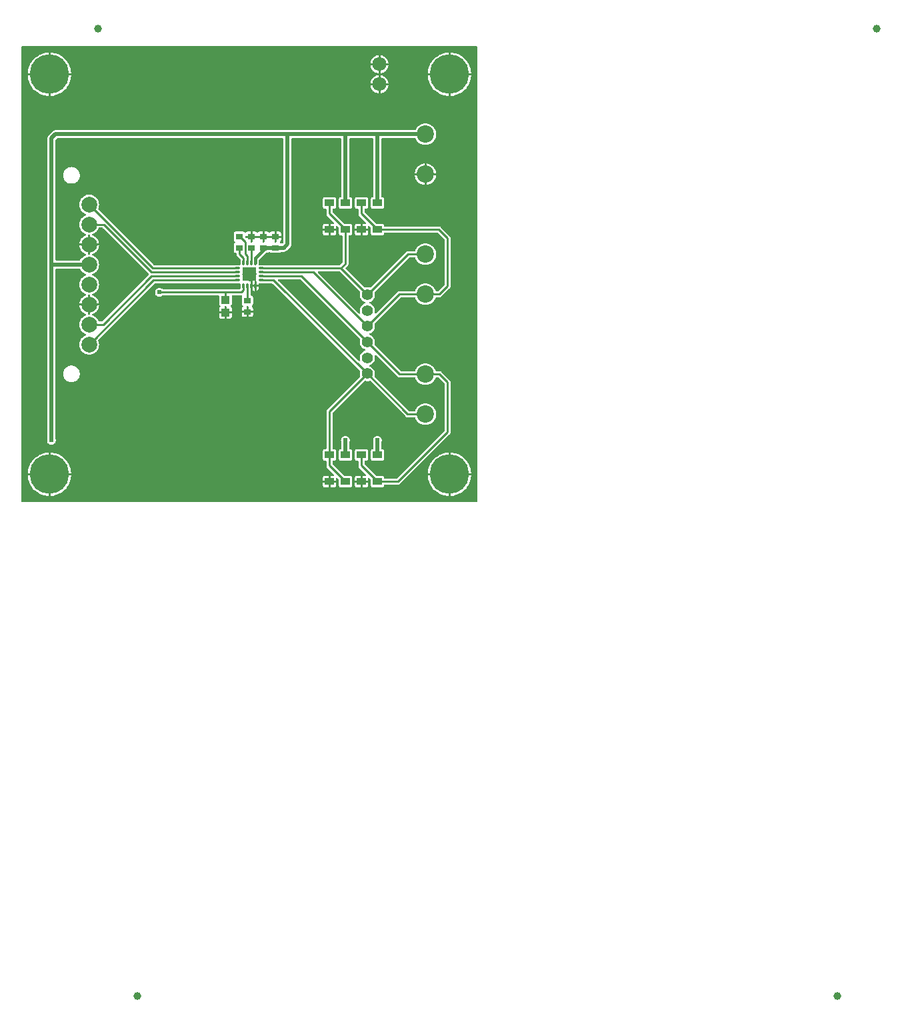
<source format=gtl>
G04 Layer: TopLayer*
G04 Panelize: V-CUT, Column: 2, Row: 2, Board Size: 58.42mm x 58.42mm, Panelized Board Size: 118.84mm x 118.84mm*
G04 EasyEDA v6.5.32, 2023-07-26 20:50:30*
G04 9c01c07f2c6843c3a362350cb2311acb,5a6b42c53f6a479593ecc07194224c93,10*
G04 Gerber Generator version 0.2*
G04 Scale: 100 percent, Rotated: No, Reflected: No *
G04 Dimensions in millimeters *
G04 leading zeros omitted , absolute positions ,4 integer and 5 decimal *
%FSLAX45Y45*%
%MOMM*%

%ADD10C,0.2540*%
%ADD11C,0.5500*%
%ADD12C,0.4000*%
%ADD13C,0.5000*%
%ADD14R,1.1500X0.9500*%
%ADD15R,1.1000X1.0000*%
%ADD16R,0.9000X0.8000*%
%ADD17R,1.8000X1.8000*%
%ADD18O,0.2800096X0.7999984*%
%ADD19O,0.7999984X0.2800096*%
%ADD20C,1.0000*%
%ADD21C,1.4000*%
%ADD22C,2.2000*%
%ADD23C,5.0000*%
%ADD24C,2.0000*%
%ADD25C,1.8000*%
%ADD26C,0.6096*%
%ADD27C,0.0132*%

%LPD*%
G36*
X5805932Y25908D02*
G01*
X36068Y26416D01*
X32156Y27178D01*
X28905Y29362D01*
X26670Y32664D01*
X25908Y36576D01*
X25908Y5805932D01*
X26670Y5809843D01*
X28905Y5813094D01*
X32156Y5815330D01*
X36068Y5816092D01*
X5805932Y5816092D01*
X5809843Y5815330D01*
X5813094Y5813094D01*
X5815330Y5809843D01*
X5816092Y5805932D01*
X5816092Y36068D01*
X5815330Y32207D01*
X5813094Y28905D01*
X5809843Y26670D01*
G37*

%LPC*%
G36*
X4456887Y5600700D02*
G01*
X4559300Y5600700D01*
X4559300Y5702960D01*
X4550308Y5701842D01*
X4536186Y5698236D01*
X4522673Y5692851D01*
X4509922Y5685840D01*
X4498136Y5677306D01*
X4487519Y5667349D01*
X4478223Y5656122D01*
X4470450Y5643829D01*
X4464253Y5630672D01*
X4459732Y5616803D01*
X4457039Y5602528D01*
G37*
G36*
X393700Y105562D02*
G01*
X398322Y105664D01*
X421284Y108051D01*
X443992Y112369D01*
X466242Y118618D01*
X487934Y126644D01*
X508812Y136499D01*
X528828Y148031D01*
X547827Y161239D01*
X565607Y175971D01*
X582117Y192125D01*
X597204Y209600D01*
X610819Y228295D01*
X622757Y248107D01*
X633018Y268782D01*
X641553Y290271D01*
X648208Y312369D01*
X653034Y334975D01*
X655929Y357936D01*
X656336Y368300D01*
X393700Y368300D01*
G37*
G36*
X5448300Y105613D02*
G01*
X5448300Y368300D01*
X5185410Y368300D01*
X5187289Y346405D01*
X5191150Y323646D01*
X5196890Y301244D01*
X5204460Y279450D01*
X5213858Y258317D01*
X5224983Y238099D01*
X5237784Y218846D01*
X5252161Y200710D01*
X5267960Y183896D01*
X5285130Y168402D01*
X5303520Y154432D01*
X5323027Y142087D01*
X5343499Y131368D01*
X5364835Y122428D01*
X5386781Y115265D01*
X5409285Y109982D01*
X5432145Y106629D01*
G37*
G36*
X368300Y105613D02*
G01*
X368300Y368300D01*
X105410Y368300D01*
X107289Y346405D01*
X111150Y323646D01*
X116890Y301244D01*
X124460Y279450D01*
X133858Y258317D01*
X144983Y238099D01*
X157784Y218846D01*
X172161Y200710D01*
X187960Y183896D01*
X205130Y168402D01*
X223520Y154432D01*
X243027Y142087D01*
X263499Y131368D01*
X284835Y122428D01*
X306781Y115265D01*
X329285Y109982D01*
X352145Y106629D01*
G37*
G36*
X4286453Y214528D02*
G01*
X4330700Y214528D01*
X4330700Y275234D01*
X4259986Y275234D01*
X4259986Y240995D01*
X4260697Y234696D01*
X4262628Y229260D01*
X4265676Y224332D01*
X4269790Y220268D01*
X4274667Y217170D01*
X4280154Y215239D01*
G37*
G36*
X4356100Y214528D02*
G01*
X4400346Y214528D01*
X4406646Y215239D01*
X4412081Y217170D01*
X4417009Y220268D01*
X4421073Y224332D01*
X4424172Y229260D01*
X4426102Y234696D01*
X4426813Y240995D01*
X4426813Y275234D01*
X4356100Y275234D01*
G37*
G36*
X3949700Y214528D02*
G01*
X3993946Y214528D01*
X4000246Y215239D01*
X4005681Y217170D01*
X4010609Y220268D01*
X4014673Y224332D01*
X4017772Y229260D01*
X4019702Y234696D01*
X4020413Y240995D01*
X4020413Y275234D01*
X3949700Y275234D01*
G37*
G36*
X3880053Y214528D02*
G01*
X3924300Y214528D01*
X3924300Y275234D01*
X3853586Y275234D01*
X3853586Y240995D01*
X3854297Y234696D01*
X3856228Y229260D01*
X3859276Y224332D01*
X3863390Y220268D01*
X3868267Y217170D01*
X3873754Y215239D01*
G37*
G36*
X4083253Y214528D02*
G01*
X4197146Y214528D01*
X4203446Y215239D01*
X4208881Y217170D01*
X4213809Y220268D01*
X4217873Y224332D01*
X4220972Y229260D01*
X4222902Y234696D01*
X4223613Y240995D01*
X4223613Y334873D01*
X4222902Y341223D01*
X4220972Y346659D01*
X4217873Y351586D01*
X4213809Y355650D01*
X4208881Y358749D01*
X4203446Y360629D01*
X4197146Y361340D01*
X4125569Y361340D01*
X4121708Y362153D01*
X4118406Y364337D01*
X3978554Y504190D01*
X3976370Y507441D01*
X3975608Y511352D01*
X3975608Y542899D01*
X3976370Y546760D01*
X3978554Y550062D01*
X3981856Y552246D01*
X3985768Y553059D01*
X3993946Y553059D01*
X4000246Y553770D01*
X4005681Y555650D01*
X4010609Y558749D01*
X4014673Y562813D01*
X4017772Y567740D01*
X4019702Y573176D01*
X4020413Y579526D01*
X4020413Y673404D01*
X4019702Y679704D01*
X4017772Y685139D01*
X4014673Y690067D01*
X4010609Y694131D01*
X4005681Y697230D01*
X4000246Y699160D01*
X3993946Y699871D01*
X3985768Y699871D01*
X3981856Y700633D01*
X3978554Y702818D01*
X3976370Y706120D01*
X3975608Y710031D01*
X3975608Y1156157D01*
X3976370Y1160068D01*
X3978554Y1163370D01*
X4380433Y1565249D01*
X4383582Y1567383D01*
X4387291Y1568196D01*
X4390999Y1567637D01*
X4393742Y1566672D01*
X4406544Y1563979D01*
X4419600Y1563116D01*
X4432655Y1563979D01*
X4445457Y1566672D01*
X4447387Y1567332D01*
X4451197Y1567942D01*
X4454906Y1567078D01*
X4458055Y1564894D01*
X4899761Y1116279D01*
X4905908Y1111097D01*
X4912563Y1107490D01*
X4919776Y1105255D01*
X4928108Y1104392D01*
X5018786Y1104392D01*
X5022799Y1103579D01*
X5026152Y1101191D01*
X5028336Y1097686D01*
X5031435Y1089202D01*
X5038496Y1075080D01*
X5047183Y1061872D01*
X5057343Y1049731D01*
X5068874Y1038910D01*
X5081524Y1029462D01*
X5095240Y1021587D01*
X5109718Y1015288D01*
X5124856Y1010767D01*
X5140452Y1008024D01*
X5156200Y1007110D01*
X5171998Y1008024D01*
X5187543Y1010767D01*
X5202682Y1015288D01*
X5217210Y1021587D01*
X5230876Y1029462D01*
X5243576Y1038910D01*
X5255056Y1049731D01*
X5265216Y1061872D01*
X5273903Y1075080D01*
X5280964Y1089202D01*
X5286400Y1104036D01*
X5290007Y1119428D01*
X5291886Y1135126D01*
X5291886Y1150924D01*
X5290007Y1166622D01*
X5286400Y1181963D01*
X5280964Y1196848D01*
X5273903Y1210970D01*
X5265216Y1224178D01*
X5255056Y1236268D01*
X5243576Y1247089D01*
X5230876Y1256538D01*
X5217210Y1264462D01*
X5202682Y1270711D01*
X5187543Y1275232D01*
X5171998Y1277975D01*
X5156200Y1278890D01*
X5140452Y1277975D01*
X5124856Y1275232D01*
X5109718Y1270711D01*
X5095240Y1264462D01*
X5081524Y1256538D01*
X5068874Y1247089D01*
X5057343Y1236268D01*
X5047183Y1224178D01*
X5038496Y1210970D01*
X5031435Y1196848D01*
X5028336Y1188313D01*
X5026152Y1184808D01*
X5022799Y1182420D01*
X5018786Y1181608D01*
X4948021Y1181608D01*
X4944110Y1182420D01*
X4940808Y1184656D01*
X4513072Y1619097D01*
X4511040Y1621993D01*
X4510176Y1625447D01*
X4510532Y1628952D01*
X4513478Y1639468D01*
X4515256Y1652473D01*
X4515256Y1665528D01*
X4513478Y1678482D01*
X4509922Y1691081D01*
X4504740Y1703120D01*
X4497933Y1714296D01*
X4489653Y1724456D01*
X4480102Y1733397D01*
X4469434Y1740916D01*
X4457801Y1746961D01*
X4450791Y1749399D01*
X4447286Y1751584D01*
X4444898Y1754936D01*
X4444034Y1759000D01*
X4444898Y1763064D01*
X4447286Y1766417D01*
X4450791Y1768551D01*
X4457801Y1771040D01*
X4469434Y1777085D01*
X4480102Y1784604D01*
X4489653Y1793544D01*
X4497933Y1803704D01*
X4504740Y1814880D01*
X4509922Y1826869D01*
X4513478Y1839468D01*
X4515256Y1852472D01*
X4515256Y1865528D01*
X4513478Y1878482D01*
X4511700Y1884883D01*
X4511446Y1889302D01*
X4513122Y1893366D01*
X4516323Y1896414D01*
X4520539Y1897735D01*
X4524959Y1897176D01*
X4528667Y1894789D01*
X4798314Y1624126D01*
X4804511Y1618996D01*
X4811166Y1615389D01*
X4818380Y1613204D01*
X4826406Y1612392D01*
X5018786Y1612392D01*
X5022799Y1611579D01*
X5026152Y1609191D01*
X5028336Y1605686D01*
X5031435Y1597202D01*
X5038496Y1583080D01*
X5047183Y1569872D01*
X5057343Y1557731D01*
X5068874Y1546910D01*
X5081524Y1537462D01*
X5095240Y1529588D01*
X5109718Y1523288D01*
X5124856Y1518767D01*
X5140452Y1516024D01*
X5156200Y1515110D01*
X5171998Y1516024D01*
X5187543Y1518767D01*
X5202682Y1523288D01*
X5217210Y1529588D01*
X5230876Y1537462D01*
X5243576Y1546910D01*
X5255056Y1557731D01*
X5265216Y1569872D01*
X5273903Y1583080D01*
X5280964Y1597202D01*
X5284063Y1605686D01*
X5286248Y1609191D01*
X5289600Y1611579D01*
X5293614Y1612392D01*
X5313781Y1612392D01*
X5317693Y1611630D01*
X5320995Y1609394D01*
X5393994Y1536395D01*
X5396230Y1533093D01*
X5396992Y1529181D01*
X5396992Y934618D01*
X5396230Y930706D01*
X5393994Y927404D01*
X4796129Y329539D01*
X4792827Y327355D01*
X4788966Y326542D01*
X4640021Y326542D01*
X4636414Y327202D01*
X4633264Y329133D01*
X4630978Y332079D01*
X4629912Y335584D01*
X4629302Y341223D01*
X4627372Y346659D01*
X4624273Y351586D01*
X4620209Y355650D01*
X4615281Y358749D01*
X4609846Y360629D01*
X4603546Y361340D01*
X4531969Y361340D01*
X4528108Y362153D01*
X4524806Y364337D01*
X4384954Y504190D01*
X4382770Y507441D01*
X4382008Y511352D01*
X4382008Y542899D01*
X4382770Y546760D01*
X4384954Y550062D01*
X4388256Y552246D01*
X4392168Y553059D01*
X4400346Y553059D01*
X4406646Y553770D01*
X4412081Y555650D01*
X4417009Y558749D01*
X4421073Y562813D01*
X4424172Y567740D01*
X4426102Y573176D01*
X4426813Y579526D01*
X4426813Y673404D01*
X4426102Y679704D01*
X4424172Y685139D01*
X4421073Y690067D01*
X4417009Y694131D01*
X4412081Y697230D01*
X4406646Y699160D01*
X4400346Y699871D01*
X4286453Y699871D01*
X4280154Y699160D01*
X4274667Y697230D01*
X4269790Y694131D01*
X4265676Y690067D01*
X4262628Y685139D01*
X4260697Y679704D01*
X4259986Y673404D01*
X4259986Y579526D01*
X4260697Y573176D01*
X4262628Y567740D01*
X4265676Y562813D01*
X4269790Y558749D01*
X4274667Y555650D01*
X4280154Y553770D01*
X4286453Y553059D01*
X4294632Y553059D01*
X4298492Y552246D01*
X4301794Y550062D01*
X4303979Y546760D01*
X4304792Y542899D01*
X4304792Y491642D01*
X4305554Y483616D01*
X4307738Y476402D01*
X4311294Y469747D01*
X4316425Y463499D01*
X4401210Y378714D01*
X4403445Y375412D01*
X4404207Y371500D01*
X4403445Y367639D01*
X4401210Y364337D01*
X4397908Y362153D01*
X4394047Y361340D01*
X4356100Y361340D01*
X4356100Y300634D01*
X4426813Y300634D01*
X4426813Y328625D01*
X4427575Y332486D01*
X4429760Y335788D01*
X4433062Y337972D01*
X4436973Y338785D01*
X4440834Y337972D01*
X4444136Y335788D01*
X4460189Y319735D01*
X4462424Y316433D01*
X4463186Y312521D01*
X4463186Y240995D01*
X4463897Y234696D01*
X4465828Y229260D01*
X4468876Y224332D01*
X4472990Y220268D01*
X4477867Y217170D01*
X4483354Y215239D01*
X4489653Y214528D01*
X4603546Y214528D01*
X4609846Y215239D01*
X4615281Y217170D01*
X4620209Y220268D01*
X4624273Y224332D01*
X4627372Y229260D01*
X4629302Y234696D01*
X4629912Y240334D01*
X4630978Y243840D01*
X4633264Y246735D01*
X4636414Y248666D01*
X4640021Y249326D01*
X4808626Y249326D01*
X4816652Y250139D01*
X4823917Y252323D01*
X4830572Y255879D01*
X4836820Y261010D01*
X5462524Y886764D01*
X5467654Y892962D01*
X5471210Y899668D01*
X5473395Y906881D01*
X5474208Y914908D01*
X5474208Y1548892D01*
X5473395Y1556918D01*
X5471210Y1564132D01*
X5467654Y1570837D01*
X5462524Y1577035D01*
X5361635Y1677924D01*
X5355386Y1683054D01*
X5348732Y1686610D01*
X5341518Y1688795D01*
X5333492Y1689607D01*
X5293614Y1689607D01*
X5289600Y1690420D01*
X5286248Y1692808D01*
X5284063Y1696313D01*
X5280964Y1704848D01*
X5273903Y1718970D01*
X5265216Y1732178D01*
X5255056Y1744268D01*
X5243576Y1755089D01*
X5230876Y1764538D01*
X5217210Y1772462D01*
X5202682Y1778711D01*
X5187543Y1783232D01*
X5171998Y1785975D01*
X5156200Y1786889D01*
X5140452Y1785975D01*
X5124856Y1783232D01*
X5109718Y1778711D01*
X5095240Y1772462D01*
X5081524Y1764538D01*
X5068874Y1755089D01*
X5057343Y1744268D01*
X5047183Y1732178D01*
X5038496Y1718970D01*
X5031435Y1704848D01*
X5028336Y1696313D01*
X5026152Y1692808D01*
X5022799Y1690420D01*
X5018786Y1689607D01*
X4846269Y1689607D01*
X4842357Y1690370D01*
X4839055Y1692605D01*
X4513275Y2019655D01*
X4511243Y2022551D01*
X4510328Y2026005D01*
X4510684Y2029561D01*
X4513478Y2039467D01*
X4515256Y2052472D01*
X4515256Y2065528D01*
X4513478Y2078482D01*
X4509922Y2091080D01*
X4504740Y2103120D01*
X4497933Y2114296D01*
X4489653Y2124456D01*
X4480102Y2133396D01*
X4469434Y2140915D01*
X4457801Y2146960D01*
X4450791Y2149398D01*
X4447286Y2151583D01*
X4444898Y2154936D01*
X4444034Y2159000D01*
X4444898Y2163064D01*
X4447286Y2166416D01*
X4450791Y2168550D01*
X4457801Y2171039D01*
X4469434Y2177084D01*
X4480102Y2184603D01*
X4489653Y2193544D01*
X4497933Y2203704D01*
X4504740Y2214880D01*
X4509922Y2226868D01*
X4513478Y2239467D01*
X4515256Y2252472D01*
X4515256Y2265527D01*
X4513478Y2278481D01*
X4510735Y2288235D01*
X4510379Y2291791D01*
X4511294Y2295245D01*
X4513326Y2298141D01*
X4840630Y2625394D01*
X4843932Y2627630D01*
X4847793Y2628392D01*
X5018786Y2628392D01*
X5022799Y2627579D01*
X5026152Y2625191D01*
X5028336Y2621686D01*
X5031435Y2613202D01*
X5038496Y2599080D01*
X5047183Y2585872D01*
X5057343Y2573731D01*
X5068874Y2562910D01*
X5081524Y2553462D01*
X5095240Y2545588D01*
X5109718Y2539288D01*
X5124856Y2534767D01*
X5140452Y2532024D01*
X5156200Y2531110D01*
X5171998Y2532024D01*
X5187543Y2534767D01*
X5202682Y2539288D01*
X5217210Y2545588D01*
X5230876Y2553462D01*
X5243576Y2562910D01*
X5255056Y2573731D01*
X5265216Y2585872D01*
X5273903Y2599080D01*
X5280964Y2613202D01*
X5284063Y2621686D01*
X5286248Y2625191D01*
X5289600Y2627579D01*
X5293614Y2628392D01*
X5333492Y2628392D01*
X5341518Y2629204D01*
X5348732Y2631389D01*
X5355437Y2634945D01*
X5361635Y2640076D01*
X5462524Y2740964D01*
X5467654Y2747162D01*
X5471210Y2753868D01*
X5473395Y2761081D01*
X5474208Y2769108D01*
X5474208Y3377692D01*
X5473395Y3385718D01*
X5471210Y3392932D01*
X5467654Y3399637D01*
X5462524Y3405835D01*
X5352999Y3515360D01*
X5346801Y3520490D01*
X5340096Y3524046D01*
X5332882Y3526231D01*
X5324856Y3527044D01*
X4640021Y3527044D01*
X4636363Y3527704D01*
X4633214Y3529634D01*
X4630978Y3532530D01*
X4629912Y3536086D01*
X4629302Y3541572D01*
X4627372Y3547059D01*
X4624273Y3551936D01*
X4620209Y3556050D01*
X4615281Y3559149D01*
X4609846Y3561029D01*
X4603546Y3561740D01*
X4531969Y3561740D01*
X4528108Y3562502D01*
X4524806Y3564737D01*
X4384954Y3704539D01*
X4382770Y3707841D01*
X4382008Y3711752D01*
X4382008Y3743248D01*
X4382770Y3747160D01*
X4384954Y3750462D01*
X4388256Y3752646D01*
X4392168Y3753408D01*
X4400346Y3753408D01*
X4406646Y3754170D01*
X4412081Y3756050D01*
X4417009Y3759149D01*
X4421073Y3763213D01*
X4424172Y3768140D01*
X4426102Y3773576D01*
X4426813Y3779926D01*
X4426813Y3873754D01*
X4426102Y3880104D01*
X4424172Y3885539D01*
X4421073Y3890467D01*
X4417009Y3894531D01*
X4412081Y3897629D01*
X4406646Y3899560D01*
X4400346Y3900271D01*
X4286453Y3900271D01*
X4280154Y3899560D01*
X4274667Y3897629D01*
X4269790Y3894531D01*
X4265676Y3890467D01*
X4262628Y3885539D01*
X4260697Y3880104D01*
X4259986Y3873754D01*
X4259986Y3779926D01*
X4260697Y3773576D01*
X4262628Y3768140D01*
X4265676Y3763213D01*
X4269790Y3759149D01*
X4274667Y3756050D01*
X4280154Y3754170D01*
X4286453Y3753408D01*
X4294632Y3753408D01*
X4298492Y3752646D01*
X4301794Y3750462D01*
X4303979Y3747160D01*
X4304792Y3743248D01*
X4304792Y3692042D01*
X4305554Y3684015D01*
X4307738Y3676802D01*
X4311294Y3670147D01*
X4316425Y3663899D01*
X4401210Y3579114D01*
X4403445Y3575812D01*
X4404207Y3571900D01*
X4403445Y3568039D01*
X4401210Y3564737D01*
X4397908Y3562502D01*
X4394047Y3561740D01*
X4356100Y3561740D01*
X4356100Y3501034D01*
X4426813Y3501034D01*
X4426813Y3528974D01*
X4427575Y3532886D01*
X4429760Y3536187D01*
X4433062Y3538372D01*
X4436973Y3539134D01*
X4440834Y3538372D01*
X4444136Y3536187D01*
X4460189Y3520135D01*
X4462424Y3516833D01*
X4463186Y3512921D01*
X4463186Y3441395D01*
X4463897Y3435096D01*
X4465828Y3429609D01*
X4468876Y3424732D01*
X4472990Y3420618D01*
X4477867Y3417570D01*
X4483354Y3415639D01*
X4489653Y3414928D01*
X4603546Y3414928D01*
X4609846Y3415639D01*
X4615281Y3417570D01*
X4620209Y3420618D01*
X4624273Y3424732D01*
X4627372Y3429609D01*
X4629302Y3435096D01*
X4629912Y3440785D01*
X4630978Y3444341D01*
X4633264Y3447237D01*
X4636414Y3449167D01*
X4640021Y3449828D01*
X5305145Y3449828D01*
X5309057Y3449065D01*
X5312359Y3446830D01*
X5393994Y3365195D01*
X5396230Y3361893D01*
X5396992Y3357981D01*
X5396992Y2788818D01*
X5396230Y2784906D01*
X5393994Y2781604D01*
X5320995Y2708605D01*
X5317693Y2706370D01*
X5313781Y2705608D01*
X5293614Y2705608D01*
X5289600Y2706420D01*
X5286248Y2708808D01*
X5284063Y2712313D01*
X5280964Y2720848D01*
X5273903Y2734970D01*
X5265216Y2748127D01*
X5255056Y2760268D01*
X5243576Y2771089D01*
X5230876Y2780538D01*
X5217210Y2788462D01*
X5202682Y2794711D01*
X5187543Y2799232D01*
X5171998Y2801975D01*
X5156200Y2802890D01*
X5140452Y2801975D01*
X5124856Y2799232D01*
X5109718Y2794711D01*
X5095240Y2788462D01*
X5081524Y2780538D01*
X5068874Y2771089D01*
X5057343Y2760268D01*
X5047183Y2748127D01*
X5038496Y2734970D01*
X5031435Y2720848D01*
X5028336Y2712313D01*
X5026152Y2708808D01*
X5022799Y2706420D01*
X5018786Y2705608D01*
X4828082Y2705608D01*
X4820056Y2704795D01*
X4812842Y2702610D01*
X4806188Y2699054D01*
X4799939Y2693924D01*
X4528464Y2422448D01*
X4524705Y2420061D01*
X4520336Y2419502D01*
X4516120Y2420874D01*
X4512919Y2423871D01*
X4511243Y2427986D01*
X4511497Y2432354D01*
X4513478Y2439466D01*
X4515256Y2452471D01*
X4515256Y2465527D01*
X4513478Y2478481D01*
X4509922Y2491079D01*
X4504740Y2503119D01*
X4497933Y2514295D01*
X4489653Y2524455D01*
X4480102Y2533396D01*
X4469434Y2540914D01*
X4457801Y2546959D01*
X4450791Y2549398D01*
X4447286Y2551582D01*
X4444898Y2554935D01*
X4444034Y2558999D01*
X4444898Y2563063D01*
X4447286Y2566416D01*
X4450791Y2568549D01*
X4457801Y2571038D01*
X4469434Y2577084D01*
X4480102Y2584602D01*
X4489653Y2593543D01*
X4497933Y2603703D01*
X4504740Y2614879D01*
X4509922Y2626868D01*
X4513478Y2639466D01*
X4515256Y2652471D01*
X4515256Y2665526D01*
X4513478Y2678480D01*
X4510735Y2688234D01*
X4510379Y2691790D01*
X4511294Y2695244D01*
X4513326Y2698140D01*
X4948631Y3133394D01*
X4951933Y3135630D01*
X4955794Y3136392D01*
X5018786Y3136392D01*
X5022799Y3135579D01*
X5026152Y3133191D01*
X5028336Y3129686D01*
X5031435Y3121202D01*
X5038496Y3107080D01*
X5047183Y3093872D01*
X5057343Y3081731D01*
X5068874Y3070910D01*
X5081524Y3061462D01*
X5095240Y3053588D01*
X5109718Y3047288D01*
X5124856Y3042767D01*
X5140452Y3040024D01*
X5156200Y3039110D01*
X5171998Y3040024D01*
X5187543Y3042767D01*
X5202682Y3047288D01*
X5217210Y3053588D01*
X5230876Y3061462D01*
X5243576Y3070910D01*
X5255056Y3081731D01*
X5265216Y3093872D01*
X5273903Y3107080D01*
X5280964Y3121202D01*
X5286400Y3136036D01*
X5290007Y3151428D01*
X5291886Y3167126D01*
X5291886Y3182924D01*
X5290007Y3198622D01*
X5286400Y3213963D01*
X5280964Y3228848D01*
X5273903Y3242970D01*
X5265216Y3256127D01*
X5255056Y3268268D01*
X5243576Y3279089D01*
X5230876Y3288537D01*
X5217210Y3296462D01*
X5202682Y3302711D01*
X5187543Y3307232D01*
X5171998Y3309975D01*
X5156200Y3310890D01*
X5140452Y3309975D01*
X5124856Y3307232D01*
X5109718Y3302711D01*
X5095240Y3296462D01*
X5081524Y3288537D01*
X5068874Y3279089D01*
X5057343Y3268268D01*
X5047183Y3256127D01*
X5038496Y3242970D01*
X5031435Y3228848D01*
X5028336Y3220313D01*
X5026152Y3216808D01*
X5022799Y3214420D01*
X5018786Y3213608D01*
X4936083Y3213608D01*
X4928057Y3212795D01*
X4920843Y3210610D01*
X4914188Y3207054D01*
X4907940Y3201924D01*
X4458766Y2752750D01*
X4455617Y2750616D01*
X4451908Y2749804D01*
X4448149Y2750362D01*
X4445457Y2751328D01*
X4432655Y2753969D01*
X4419600Y2754884D01*
X4406544Y2753969D01*
X4393742Y2751328D01*
X4390999Y2750362D01*
X4387291Y2749804D01*
X4383582Y2750616D01*
X4380433Y2752750D01*
X4144467Y2988716D01*
X4142282Y2992018D01*
X4141470Y2995879D01*
X4142282Y2999790D01*
X4144467Y3003092D01*
X4167124Y3025749D01*
X4172254Y3031998D01*
X4175810Y3038652D01*
X4177995Y3045866D01*
X4178808Y3053892D01*
X4178808Y3404768D01*
X4179570Y3408679D01*
X4181754Y3411982D01*
X4185056Y3414166D01*
X4188968Y3414928D01*
X4197146Y3414928D01*
X4203446Y3415639D01*
X4208881Y3417570D01*
X4213809Y3420618D01*
X4217873Y3424732D01*
X4220972Y3429609D01*
X4222902Y3435096D01*
X4223613Y3441395D01*
X4223613Y3535273D01*
X4222902Y3541572D01*
X4220972Y3547059D01*
X4217873Y3551936D01*
X4213809Y3556050D01*
X4208881Y3559149D01*
X4203446Y3561029D01*
X4197146Y3561740D01*
X4125569Y3561740D01*
X4121708Y3562502D01*
X4118406Y3564737D01*
X3978554Y3704539D01*
X3976370Y3707841D01*
X3975608Y3711752D01*
X3975608Y3743248D01*
X3976370Y3747160D01*
X3978554Y3750462D01*
X3981856Y3752646D01*
X3985768Y3753408D01*
X3993946Y3753408D01*
X4000246Y3754170D01*
X4005681Y3756050D01*
X4010609Y3759149D01*
X4014673Y3763213D01*
X4017772Y3768140D01*
X4019702Y3773576D01*
X4020413Y3779926D01*
X4020413Y3873754D01*
X4019702Y3880104D01*
X4017772Y3885539D01*
X4014673Y3890467D01*
X4010609Y3894531D01*
X4005681Y3897629D01*
X4000246Y3899560D01*
X3993946Y3900271D01*
X3880053Y3900271D01*
X3873754Y3899560D01*
X3868267Y3897629D01*
X3863390Y3894531D01*
X3859276Y3890467D01*
X3856228Y3885539D01*
X3854297Y3880104D01*
X3853586Y3873754D01*
X3853586Y3779926D01*
X3854297Y3773576D01*
X3856228Y3768140D01*
X3859276Y3763213D01*
X3863390Y3759149D01*
X3868267Y3756050D01*
X3873754Y3754170D01*
X3880053Y3753408D01*
X3888232Y3753408D01*
X3892092Y3752646D01*
X3895394Y3750462D01*
X3897579Y3747160D01*
X3898392Y3743248D01*
X3898392Y3692042D01*
X3899154Y3684015D01*
X3901338Y3676802D01*
X3904894Y3670147D01*
X3910025Y3663899D01*
X3994810Y3579114D01*
X3997045Y3575812D01*
X3997807Y3571900D01*
X3997045Y3568039D01*
X3994810Y3564737D01*
X3991508Y3562502D01*
X3987647Y3561740D01*
X3949700Y3561740D01*
X3949700Y3501034D01*
X4020413Y3501034D01*
X4020413Y3528974D01*
X4021175Y3532886D01*
X4023360Y3536187D01*
X4026662Y3538372D01*
X4030573Y3539134D01*
X4034434Y3538372D01*
X4037736Y3536187D01*
X4053789Y3520135D01*
X4056024Y3516833D01*
X4056786Y3512921D01*
X4056786Y3441395D01*
X4057497Y3435096D01*
X4059428Y3429609D01*
X4062476Y3424732D01*
X4066590Y3420618D01*
X4071467Y3417570D01*
X4076954Y3415639D01*
X4083253Y3414928D01*
X4091432Y3414928D01*
X4095292Y3414166D01*
X4098594Y3411982D01*
X4100779Y3408679D01*
X4101592Y3404768D01*
X4101592Y3073603D01*
X4100779Y3069691D01*
X4098594Y3066440D01*
X4069689Y3037484D01*
X4066387Y3035300D01*
X4062476Y3034487D01*
X3107842Y3034487D01*
X3104794Y3034995D01*
X3096514Y3035808D01*
X3045968Y3035808D01*
X3042005Y3036620D01*
X3038703Y3038906D01*
X3036519Y3042310D01*
X3035858Y3046323D01*
X3036773Y3050235D01*
X3038652Y3054299D01*
X3041040Y3062579D01*
X3041853Y3071469D01*
X3041853Y3100984D01*
X3042615Y3104845D01*
X3044799Y3108147D01*
X3125165Y3188512D01*
X3128467Y3190697D01*
X3132378Y3191510D01*
X3143199Y3191510D01*
X3149549Y3192221D01*
X3154984Y3194100D01*
X3159912Y3197199D01*
X3163722Y3201009D01*
X3167024Y3203194D01*
X3170885Y3204006D01*
X3179064Y3204006D01*
X3182975Y3203194D01*
X3186277Y3201009D01*
X3190087Y3197199D01*
X3194964Y3194100D01*
X3200450Y3192221D01*
X3206750Y3191510D01*
X3295599Y3191510D01*
X3301949Y3192221D01*
X3307384Y3194100D01*
X3312312Y3197199D01*
X3318865Y3204159D01*
X3321862Y3205835D01*
X3325215Y3206394D01*
X3358692Y3206394D01*
X3363315Y3206597D01*
X3367735Y3207156D01*
X3372053Y3208121D01*
X3376320Y3209442D01*
X3380384Y3211169D01*
X3384346Y3213201D01*
X3388106Y3215589D01*
X3391611Y3218281D01*
X3395065Y3221431D01*
X3439464Y3265830D01*
X3442614Y3269284D01*
X3445306Y3272790D01*
X3447694Y3276549D01*
X3449726Y3280511D01*
X3451453Y3284575D01*
X3452774Y3288842D01*
X3453739Y3293160D01*
X3454298Y3297580D01*
X3454501Y3302203D01*
X3454501Y4637938D01*
X3455263Y4641799D01*
X3457498Y4645101D01*
X3460800Y4647336D01*
X3464661Y4648098D01*
X4079087Y4648098D01*
X4082999Y4647336D01*
X4086301Y4645101D01*
X4088485Y4641799D01*
X4089247Y4637938D01*
X4089247Y3910025D01*
X4088587Y3906367D01*
X4086707Y3903218D01*
X4083761Y3900982D01*
X4080256Y3899915D01*
X4076954Y3899560D01*
X4071467Y3897629D01*
X4066590Y3894531D01*
X4062476Y3890467D01*
X4059428Y3885539D01*
X4057497Y3880104D01*
X4056786Y3873754D01*
X4056786Y3779926D01*
X4057497Y3773576D01*
X4059428Y3768140D01*
X4062476Y3763213D01*
X4066590Y3759149D01*
X4071467Y3756050D01*
X4076954Y3754170D01*
X4083253Y3753408D01*
X4197146Y3753408D01*
X4203446Y3754170D01*
X4208881Y3756050D01*
X4213809Y3759149D01*
X4217873Y3763213D01*
X4220972Y3768140D01*
X4222902Y3773576D01*
X4223613Y3779926D01*
X4223613Y3873754D01*
X4222902Y3880104D01*
X4220972Y3885539D01*
X4217873Y3890467D01*
X4213809Y3894531D01*
X4208881Y3897629D01*
X4203446Y3899560D01*
X4200093Y3899915D01*
X4196588Y3900982D01*
X4193692Y3903218D01*
X4191762Y3906367D01*
X4191101Y3910025D01*
X4191101Y4637938D01*
X4191863Y4641799D01*
X4194048Y4645101D01*
X4197350Y4647336D01*
X4201261Y4648098D01*
X4485487Y4648098D01*
X4489399Y4647336D01*
X4492701Y4645101D01*
X4494885Y4641799D01*
X4495647Y4637938D01*
X4495647Y3910025D01*
X4494987Y3906367D01*
X4493107Y3903218D01*
X4490161Y3900982D01*
X4486656Y3899915D01*
X4483354Y3899560D01*
X4477867Y3897629D01*
X4472990Y3894531D01*
X4468876Y3890467D01*
X4465828Y3885539D01*
X4463897Y3880104D01*
X4463186Y3873754D01*
X4463186Y3779926D01*
X4463897Y3773576D01*
X4465828Y3768140D01*
X4468876Y3763213D01*
X4472990Y3759149D01*
X4477867Y3756050D01*
X4483354Y3754170D01*
X4489653Y3753408D01*
X4603546Y3753408D01*
X4609846Y3754170D01*
X4615281Y3756050D01*
X4620209Y3759149D01*
X4624273Y3763213D01*
X4627372Y3768140D01*
X4629302Y3773576D01*
X4630013Y3779926D01*
X4630013Y3873754D01*
X4629302Y3880104D01*
X4627372Y3885539D01*
X4624273Y3890467D01*
X4620209Y3894531D01*
X4615281Y3897629D01*
X4609846Y3899560D01*
X4606493Y3899915D01*
X4602988Y3900982D01*
X4600092Y3903218D01*
X4598162Y3906367D01*
X4597501Y3910025D01*
X4597501Y4637938D01*
X4598263Y4641799D01*
X4600448Y4645101D01*
X4603750Y4647336D01*
X4607661Y4648098D01*
X5023713Y4648098D01*
X5027371Y4647387D01*
X5030520Y4645456D01*
X5032756Y4642510D01*
X5038496Y4631029D01*
X5047183Y4617872D01*
X5057343Y4605731D01*
X5068874Y4594910D01*
X5081524Y4585462D01*
X5095240Y4577588D01*
X5109718Y4571288D01*
X5124856Y4566767D01*
X5140452Y4564024D01*
X5156200Y4563110D01*
X5171998Y4564024D01*
X5187543Y4566767D01*
X5202682Y4571288D01*
X5217210Y4577588D01*
X5230876Y4585462D01*
X5243576Y4594910D01*
X5255056Y4605731D01*
X5265216Y4617872D01*
X5273903Y4631029D01*
X5280964Y4645152D01*
X5286400Y4660036D01*
X5290007Y4675378D01*
X5291886Y4691075D01*
X5291886Y4706924D01*
X5290007Y4722622D01*
X5286400Y4737963D01*
X5280964Y4752848D01*
X5273903Y4766970D01*
X5265216Y4780127D01*
X5255056Y4792268D01*
X5243576Y4803089D01*
X5230876Y4812538D01*
X5217210Y4820412D01*
X5202682Y4826711D01*
X5187543Y4831232D01*
X5171998Y4833975D01*
X5156200Y4834890D01*
X5140452Y4833975D01*
X5124856Y4831232D01*
X5109718Y4826711D01*
X5095240Y4820412D01*
X5081524Y4812538D01*
X5068874Y4803089D01*
X5057343Y4792268D01*
X5047183Y4780127D01*
X5038496Y4766970D01*
X5032756Y4755489D01*
X5030520Y4752543D01*
X5027371Y4750612D01*
X5023713Y4749901D01*
X457403Y4749901D01*
X452780Y4749698D01*
X448360Y4749139D01*
X444042Y4748174D01*
X439775Y4746853D01*
X435711Y4745126D01*
X431749Y4743094D01*
X427990Y4740706D01*
X424484Y4738014D01*
X421030Y4734864D01*
X370535Y4684369D01*
X367385Y4680915D01*
X364693Y4677410D01*
X362305Y4673650D01*
X360273Y4669688D01*
X358546Y4665624D01*
X357225Y4661357D01*
X356260Y4657039D01*
X355701Y4652619D01*
X355498Y4647996D01*
X355498Y838708D01*
X354533Y834390D01*
X353466Y832053D01*
X350926Y822604D01*
X350062Y812800D01*
X350926Y802995D01*
X353466Y793546D01*
X357581Y784606D01*
X363220Y776579D01*
X370179Y769620D01*
X378206Y763981D01*
X387146Y759866D01*
X396595Y757326D01*
X406400Y756462D01*
X416204Y757326D01*
X425653Y759866D01*
X434593Y763981D01*
X442620Y769620D01*
X449580Y776579D01*
X455218Y784606D01*
X459333Y793546D01*
X461873Y802995D01*
X462737Y812800D01*
X461873Y822604D01*
X459333Y832053D01*
X458266Y834390D01*
X457301Y838708D01*
X457301Y2982112D01*
X458063Y2985973D01*
X460298Y2989275D01*
X463600Y2991510D01*
X467461Y2992272D01*
X763930Y2992272D01*
X767689Y2991510D01*
X770940Y2989427D01*
X773176Y2986278D01*
X773938Y2984601D01*
X781812Y2971596D01*
X791159Y2959608D01*
X801928Y2948889D01*
X813917Y2939491D01*
X826922Y2931617D01*
X840841Y2925368D01*
X843991Y2923133D01*
X846074Y2919882D01*
X846836Y2916123D01*
X846074Y2912313D01*
X843991Y2909062D01*
X840841Y2906826D01*
X826922Y2900578D01*
X813917Y2892704D01*
X801928Y2883357D01*
X791159Y2872587D01*
X781812Y2860598D01*
X773938Y2847594D01*
X767689Y2833725D01*
X763168Y2819247D01*
X760425Y2804261D01*
X759510Y2789123D01*
X760425Y2773934D01*
X763168Y2758998D01*
X767689Y2744470D01*
X773938Y2730601D01*
X781812Y2717596D01*
X791159Y2705608D01*
X801928Y2694889D01*
X813917Y2685491D01*
X826922Y2677617D01*
X840841Y2671368D01*
X843991Y2669133D01*
X846074Y2665882D01*
X846836Y2662123D01*
X846074Y2658313D01*
X843991Y2655062D01*
X840841Y2652826D01*
X826922Y2646578D01*
X813917Y2638704D01*
X801928Y2629357D01*
X791159Y2618587D01*
X781812Y2606598D01*
X773938Y2593594D01*
X767689Y2579725D01*
X763168Y2565247D01*
X760425Y2550261D01*
X760272Y2547823D01*
X872693Y2547823D01*
X872693Y2653182D01*
X873506Y2657094D01*
X875690Y2660396D01*
X878992Y2662580D01*
X882853Y2663342D01*
X887933Y2663342D01*
X891844Y2662580D01*
X895146Y2660396D01*
X897331Y2657094D01*
X898093Y2653182D01*
X898093Y2547823D01*
X1010513Y2547823D01*
X1010361Y2550261D01*
X1007618Y2565247D01*
X1003096Y2579725D01*
X996899Y2593594D01*
X989025Y2606598D01*
X979627Y2618587D01*
X968908Y2629357D01*
X956919Y2638704D01*
X943914Y2646578D01*
X929995Y2652826D01*
X926846Y2655062D01*
X924712Y2658313D01*
X924001Y2662123D01*
X924712Y2665882D01*
X926846Y2669133D01*
X929995Y2671368D01*
X943914Y2677617D01*
X956919Y2685491D01*
X968908Y2694889D01*
X979627Y2705608D01*
X989025Y2717596D01*
X996899Y2730601D01*
X1003096Y2744470D01*
X1007618Y2758998D01*
X1010361Y2773934D01*
X1011275Y2789123D01*
X1010361Y2804261D01*
X1007618Y2819247D01*
X1003096Y2833725D01*
X996899Y2847594D01*
X989025Y2860598D01*
X979627Y2872587D01*
X968908Y2883357D01*
X956919Y2892704D01*
X943914Y2900578D01*
X929995Y2906826D01*
X926846Y2909062D01*
X924712Y2912313D01*
X924001Y2916123D01*
X924712Y2919882D01*
X926846Y2923133D01*
X929995Y2925368D01*
X943914Y2931617D01*
X956919Y2939491D01*
X968908Y2948889D01*
X979627Y2959608D01*
X989025Y2971596D01*
X996899Y2984601D01*
X1003096Y2998470D01*
X1007618Y3012998D01*
X1010361Y3027934D01*
X1011275Y3043123D01*
X1010361Y3058261D01*
X1007618Y3073247D01*
X1003096Y3087725D01*
X996899Y3101594D01*
X989025Y3114598D01*
X979627Y3126587D01*
X968908Y3137357D01*
X956919Y3146704D01*
X943914Y3154578D01*
X929995Y3160826D01*
X926846Y3163062D01*
X924712Y3166313D01*
X924001Y3170123D01*
X924712Y3173882D01*
X926846Y3177133D01*
X929995Y3179368D01*
X943914Y3185617D01*
X956919Y3193491D01*
X968908Y3202889D01*
X979627Y3213608D01*
X989025Y3225596D01*
X996899Y3238601D01*
X1003096Y3252470D01*
X1007618Y3266998D01*
X1010361Y3281934D01*
X1010513Y3284423D01*
X898093Y3284423D01*
X898093Y3179013D01*
X897331Y3175152D01*
X895146Y3171850D01*
X891844Y3169615D01*
X887933Y3168853D01*
X882853Y3168853D01*
X878992Y3169615D01*
X875690Y3171850D01*
X873506Y3175152D01*
X872693Y3179013D01*
X872693Y3284423D01*
X760272Y3284423D01*
X760425Y3281934D01*
X763168Y3266998D01*
X767689Y3252470D01*
X773938Y3238601D01*
X781812Y3225596D01*
X791159Y3213608D01*
X801928Y3202889D01*
X813917Y3193491D01*
X826922Y3185617D01*
X840841Y3179368D01*
X843991Y3177133D01*
X846074Y3173882D01*
X846836Y3170123D01*
X846074Y3166313D01*
X843991Y3163062D01*
X840841Y3160826D01*
X826922Y3154578D01*
X813917Y3146704D01*
X801928Y3137357D01*
X791159Y3126587D01*
X781812Y3114598D01*
X771042Y3096920D01*
X767791Y3094837D01*
X763981Y3094075D01*
X467461Y3094075D01*
X463600Y3094837D01*
X460298Y3097072D01*
X458063Y3100374D01*
X457301Y3104235D01*
X457301Y4622901D01*
X458063Y4626813D01*
X460298Y4630064D01*
X475335Y4645101D01*
X478586Y4647336D01*
X482498Y4648098D01*
X3342538Y4648098D01*
X3346399Y4647336D01*
X3349701Y4645101D01*
X3351936Y4641799D01*
X3352698Y4637938D01*
X3352698Y3327298D01*
X3351936Y3323386D01*
X3349701Y3320135D01*
X3340760Y3311194D01*
X3337509Y3308959D01*
X3333597Y3308197D01*
X3325368Y3308197D01*
X3322015Y3308756D01*
X3319018Y3310432D01*
X3316376Y3313531D01*
X3312312Y3317595D01*
X3310432Y3318814D01*
X3307486Y3321608D01*
X3305860Y3325368D01*
X3305860Y3329432D01*
X3307486Y3333191D01*
X3310432Y3335985D01*
X3312312Y3337153D01*
X3316376Y3341268D01*
X3319475Y3346145D01*
X3321405Y3351631D01*
X3322116Y3357930D01*
X3322116Y3384702D01*
X3263900Y3384702D01*
X3263900Y3333445D01*
X3263138Y3329584D01*
X3260902Y3326282D01*
X3257600Y3324098D01*
X3253740Y3323285D01*
X3248660Y3323285D01*
X3244748Y3324098D01*
X3241446Y3326282D01*
X3239262Y3329584D01*
X3238500Y3333445D01*
X3238500Y3384702D01*
X3111500Y3384702D01*
X3111500Y3333445D01*
X3110738Y3329584D01*
X3108502Y3326282D01*
X3105200Y3324098D01*
X3101340Y3323285D01*
X3096260Y3323285D01*
X3092348Y3324098D01*
X3089046Y3326282D01*
X3086862Y3329584D01*
X3086100Y3333445D01*
X3086100Y3384702D01*
X2959100Y3384702D01*
X2959100Y3333445D01*
X2958338Y3329584D01*
X2956102Y3326282D01*
X2952800Y3324098D01*
X2948940Y3323285D01*
X2943860Y3323285D01*
X2939948Y3324098D01*
X2936646Y3326282D01*
X2934462Y3329584D01*
X2933700Y3333445D01*
X2933700Y3384702D01*
X2875076Y3384702D01*
X2871165Y3385464D01*
X2867863Y3387648D01*
X2865678Y3390950D01*
X2864916Y3394862D01*
X2864916Y3399942D01*
X2865678Y3403803D01*
X2867863Y3407105D01*
X2871165Y3409289D01*
X2875076Y3410102D01*
X2933700Y3410102D01*
X2933700Y3463290D01*
X2901950Y3463290D01*
X2895650Y3462578D01*
X2890164Y3460648D01*
X2885287Y3457600D01*
X2881172Y3453485D01*
X2878785Y3449675D01*
X2875991Y3446729D01*
X2872232Y3445154D01*
X2868168Y3445154D01*
X2864408Y3446729D01*
X2861614Y3449675D01*
X2859176Y3453485D01*
X2855112Y3457600D01*
X2850184Y3460648D01*
X2844749Y3462578D01*
X2838399Y3463290D01*
X2749550Y3463290D01*
X2743250Y3462578D01*
X2737764Y3460648D01*
X2732887Y3457600D01*
X2728772Y3453485D01*
X2725724Y3448608D01*
X2723794Y3443122D01*
X2723083Y3436823D01*
X2723083Y3357930D01*
X2723794Y3351631D01*
X2725724Y3346145D01*
X2728772Y3341268D01*
X2732887Y3337153D01*
X2734767Y3335985D01*
X2737713Y3333191D01*
X2739288Y3329432D01*
X2739288Y3325368D01*
X2737713Y3321608D01*
X2734767Y3318814D01*
X2732887Y3317595D01*
X2728772Y3313531D01*
X2725724Y3308604D01*
X2723794Y3303168D01*
X2723083Y3296818D01*
X2723083Y3217976D01*
X2723794Y3211626D01*
X2725724Y3206191D01*
X2728772Y3201314D01*
X2732887Y3197199D01*
X2737764Y3194100D01*
X2743250Y3192221D01*
X2746349Y3191865D01*
X2749905Y3190798D01*
X2752801Y3188512D01*
X2754731Y3185363D01*
X2755392Y3181756D01*
X2755392Y3176778D01*
X2756154Y3168751D01*
X2758389Y3161538D01*
X2761945Y3154832D01*
X2767025Y3148634D01*
X2803956Y3111703D01*
X2806344Y3107944D01*
X2806903Y3103524D01*
X2806192Y3096514D01*
X2806192Y3045968D01*
X2805430Y3042056D01*
X2803194Y3038754D01*
X2799892Y3036570D01*
X2796032Y3035808D01*
X2745486Y3035808D01*
X2734157Y3034538D01*
X1714804Y3034538D01*
X1710893Y3035300D01*
X1707642Y3037484D01*
X1002334Y3742791D01*
X1000099Y3746144D01*
X999388Y3750157D01*
X1000252Y3754120D01*
X1003096Y3760470D01*
X1007618Y3774998D01*
X1010361Y3789934D01*
X1011275Y3805123D01*
X1010361Y3820261D01*
X1007618Y3835247D01*
X1003096Y3849725D01*
X996899Y3863594D01*
X989025Y3876598D01*
X979627Y3888587D01*
X968908Y3899357D01*
X956919Y3908704D01*
X943914Y3916578D01*
X930046Y3922826D01*
X915517Y3927348D01*
X900582Y3930091D01*
X885393Y3931005D01*
X870254Y3930091D01*
X855268Y3927348D01*
X840790Y3922826D01*
X826922Y3916578D01*
X813917Y3908704D01*
X801928Y3899357D01*
X791159Y3888587D01*
X781812Y3876598D01*
X773938Y3863594D01*
X767689Y3849725D01*
X763168Y3835247D01*
X760425Y3820261D01*
X759510Y3805123D01*
X760425Y3789934D01*
X763168Y3774998D01*
X767689Y3760470D01*
X773938Y3746601D01*
X781812Y3733596D01*
X791159Y3721608D01*
X801928Y3710889D01*
X813917Y3701491D01*
X826922Y3693617D01*
X840841Y3687368D01*
X843991Y3685133D01*
X846074Y3681882D01*
X846836Y3678123D01*
X846074Y3674313D01*
X843991Y3671062D01*
X840841Y3668826D01*
X826922Y3662578D01*
X813917Y3654704D01*
X801928Y3645357D01*
X791159Y3634587D01*
X781812Y3622598D01*
X773938Y3609594D01*
X767689Y3595725D01*
X763168Y3581247D01*
X760425Y3566261D01*
X759510Y3551123D01*
X760425Y3535934D01*
X763168Y3520998D01*
X767689Y3506470D01*
X773938Y3492601D01*
X781812Y3479596D01*
X791159Y3467608D01*
X801928Y3456889D01*
X813917Y3447491D01*
X826922Y3439617D01*
X840841Y3433368D01*
X843991Y3431133D01*
X846074Y3427882D01*
X846836Y3424123D01*
X846074Y3420313D01*
X843991Y3417062D01*
X840841Y3414826D01*
X826922Y3408578D01*
X813917Y3400704D01*
X801928Y3391357D01*
X791159Y3380587D01*
X781812Y3368598D01*
X773938Y3355594D01*
X767689Y3341725D01*
X763168Y3327247D01*
X760425Y3312261D01*
X760272Y3309823D01*
X872693Y3309823D01*
X872693Y3415182D01*
X873506Y3419094D01*
X875690Y3422396D01*
X878992Y3424580D01*
X882853Y3425342D01*
X887933Y3425342D01*
X891844Y3424580D01*
X895146Y3422396D01*
X897331Y3419094D01*
X898093Y3415182D01*
X898093Y3309823D01*
X1010513Y3309823D01*
X1010361Y3312261D01*
X1007618Y3327247D01*
X1003096Y3341725D01*
X996899Y3355594D01*
X989025Y3368598D01*
X979627Y3380587D01*
X968908Y3391357D01*
X956919Y3400704D01*
X943914Y3408578D01*
X929995Y3414826D01*
X926846Y3417062D01*
X924712Y3420313D01*
X924001Y3424123D01*
X924712Y3427882D01*
X926846Y3431133D01*
X929995Y3433368D01*
X943914Y3439617D01*
X956919Y3447491D01*
X968908Y3456889D01*
X979627Y3467608D01*
X989025Y3479596D01*
X996899Y3492601D01*
X1003147Y3506571D01*
X1005382Y3509721D01*
X1008634Y3511854D01*
X1012444Y3512565D01*
X1051407Y3512565D01*
X1055319Y3511804D01*
X1058621Y3509568D01*
X1640027Y2928162D01*
X1642211Y2924911D01*
X1642973Y2921000D01*
X1642211Y2917088D01*
X1640027Y2913837D01*
X1048969Y2322779D01*
X1045667Y2320544D01*
X1041755Y2319782D01*
X1012393Y2319782D01*
X1008583Y2320493D01*
X1005332Y2322626D01*
X1003096Y2325776D01*
X996899Y2339594D01*
X989025Y2352598D01*
X979627Y2364587D01*
X968908Y2375357D01*
X956919Y2384704D01*
X943914Y2392578D01*
X929995Y2398826D01*
X926846Y2401062D01*
X924712Y2404313D01*
X924001Y2408123D01*
X924712Y2411882D01*
X926846Y2415133D01*
X929995Y2417368D01*
X943914Y2423617D01*
X956919Y2431491D01*
X968908Y2440889D01*
X979627Y2451608D01*
X989025Y2463596D01*
X996899Y2476601D01*
X1003096Y2490470D01*
X1007618Y2504998D01*
X1010361Y2519934D01*
X1010513Y2522423D01*
X898093Y2522423D01*
X898093Y2417013D01*
X897331Y2413152D01*
X895146Y2409850D01*
X891844Y2407615D01*
X887933Y2406853D01*
X882853Y2406853D01*
X878992Y2407615D01*
X875690Y2409850D01*
X873506Y2413152D01*
X872693Y2417013D01*
X872693Y2522423D01*
X760272Y2522423D01*
X760425Y2519934D01*
X763168Y2504998D01*
X767689Y2490470D01*
X773938Y2476601D01*
X781812Y2463596D01*
X791159Y2451608D01*
X801928Y2440889D01*
X813917Y2431491D01*
X826922Y2423617D01*
X840841Y2417368D01*
X843991Y2415133D01*
X846074Y2411882D01*
X846836Y2408123D01*
X846074Y2404313D01*
X843991Y2401062D01*
X840841Y2398826D01*
X826922Y2392578D01*
X813917Y2384704D01*
X801928Y2375357D01*
X791159Y2364587D01*
X781812Y2352598D01*
X773938Y2339594D01*
X767689Y2325725D01*
X763168Y2311247D01*
X760425Y2296261D01*
X759510Y2281123D01*
X760425Y2265934D01*
X763168Y2250998D01*
X767689Y2236470D01*
X773938Y2222601D01*
X781812Y2209596D01*
X791159Y2197608D01*
X801928Y2186889D01*
X813917Y2177491D01*
X826922Y2169617D01*
X840841Y2163368D01*
X843991Y2161133D01*
X846074Y2157882D01*
X846836Y2154123D01*
X846074Y2150313D01*
X843991Y2147062D01*
X840841Y2144826D01*
X826922Y2138578D01*
X813917Y2130704D01*
X801928Y2121357D01*
X791159Y2110587D01*
X781812Y2098598D01*
X773938Y2085593D01*
X767689Y2071725D01*
X763168Y2057247D01*
X760425Y2042261D01*
X759510Y2027123D01*
X760425Y2011934D01*
X763168Y1996998D01*
X767689Y1982470D01*
X773938Y1968601D01*
X781812Y1955596D01*
X791159Y1943607D01*
X801928Y1932889D01*
X813917Y1923491D01*
X826922Y1915617D01*
X840790Y1909419D01*
X855268Y1904898D01*
X870254Y1902155D01*
X885393Y1901240D01*
X900582Y1902155D01*
X915517Y1904898D01*
X930046Y1909419D01*
X943914Y1915617D01*
X956919Y1923491D01*
X968908Y1932889D01*
X979627Y1943607D01*
X989025Y1955596D01*
X996899Y1968601D01*
X1003096Y1982470D01*
X1007618Y1996998D01*
X1010361Y2011934D01*
X1011275Y2027123D01*
X1010361Y2042261D01*
X1007618Y2057247D01*
X1003096Y2071725D01*
X1000252Y2078075D01*
X999388Y2082038D01*
X1000099Y2086051D01*
X1002334Y2089404D01*
X1717395Y2804464D01*
X1720697Y2806649D01*
X1724558Y2807462D01*
X2734056Y2807462D01*
X2737205Y2806954D01*
X2745486Y2806141D01*
X2796032Y2806141D01*
X2799892Y2805328D01*
X2803194Y2803144D01*
X2805430Y2799842D01*
X2806192Y2795981D01*
X2806192Y2745486D01*
X2806496Y2742184D01*
X2806039Y2737967D01*
X2803906Y2734360D01*
X2800502Y2731871D01*
X2796387Y2731008D01*
X1823008Y2731008D01*
X1819097Y2731770D01*
X1815795Y2733954D01*
X1814220Y2735580D01*
X1806193Y2741218D01*
X1797253Y2745333D01*
X1787804Y2747873D01*
X1778000Y2748737D01*
X1768195Y2747873D01*
X1758746Y2745333D01*
X1749806Y2741218D01*
X1741779Y2735580D01*
X1734820Y2728620D01*
X1729181Y2720594D01*
X1725066Y2711653D01*
X1722526Y2702204D01*
X1721662Y2692400D01*
X1722526Y2682595D01*
X1725066Y2673146D01*
X1729181Y2664206D01*
X1734820Y2656179D01*
X1741779Y2649220D01*
X1749806Y2643581D01*
X1758746Y2639466D01*
X1768195Y2636926D01*
X1778000Y2636062D01*
X1787804Y2636926D01*
X1797253Y2639466D01*
X1806193Y2643581D01*
X1814220Y2649220D01*
X1815795Y2650794D01*
X1819097Y2653030D01*
X1822957Y2653792D01*
X2525115Y2653792D01*
X2529027Y2653030D01*
X2532329Y2650794D01*
X2534513Y2647492D01*
X2535275Y2643632D01*
X2535275Y2545181D01*
X2535986Y2538831D01*
X2537917Y2533396D01*
X2540965Y2528468D01*
X2545080Y2524404D01*
X2546959Y2523185D01*
X2549906Y2520391D01*
X2551531Y2516632D01*
X2551531Y2512568D01*
X2549906Y2508808D01*
X2546959Y2506014D01*
X2545080Y2504795D01*
X2540965Y2500731D01*
X2537917Y2495804D01*
X2535986Y2490368D01*
X2535275Y2484018D01*
X2535275Y2447290D01*
X2603500Y2447290D01*
X2603500Y2508554D01*
X2604262Y2512415D01*
X2606446Y2515717D01*
X2609748Y2517902D01*
X2613660Y2518714D01*
X2618740Y2518714D01*
X2622600Y2517902D01*
X2625902Y2515717D01*
X2628138Y2512415D01*
X2628900Y2508554D01*
X2628900Y2447290D01*
X2697124Y2447290D01*
X2697124Y2484018D01*
X2696413Y2490368D01*
X2694482Y2495804D01*
X2691384Y2500731D01*
X2687320Y2504795D01*
X2685440Y2506014D01*
X2682494Y2508808D01*
X2680868Y2512568D01*
X2680868Y2516632D01*
X2682494Y2520391D01*
X2685440Y2523185D01*
X2687320Y2524404D01*
X2691384Y2528468D01*
X2694482Y2533396D01*
X2696413Y2538831D01*
X2697124Y2545181D01*
X2697124Y2643632D01*
X2697886Y2647492D01*
X2700070Y2650794D01*
X2703372Y2653030D01*
X2707284Y2653792D01*
X2818892Y2653792D01*
X2823768Y2653284D01*
X2827528Y2650845D01*
X2829915Y2647035D01*
X2830372Y2642565D01*
X2828899Y2638298D01*
X2827324Y2635808D01*
X2825394Y2630322D01*
X2824683Y2624023D01*
X2824683Y2545130D01*
X2825394Y2538831D01*
X2827324Y2533396D01*
X2830372Y2528468D01*
X2834487Y2524404D01*
X2836367Y2523185D01*
X2839313Y2520391D01*
X2840888Y2516632D01*
X2840888Y2512568D01*
X2839313Y2508808D01*
X2836367Y2506014D01*
X2834487Y2504795D01*
X2830372Y2500731D01*
X2827324Y2495804D01*
X2825394Y2490368D01*
X2824683Y2484018D01*
X2824683Y2457297D01*
X2882900Y2457297D01*
X2882900Y2508504D01*
X2883662Y2512415D01*
X2885846Y2515717D01*
X2889148Y2517902D01*
X2893060Y2518664D01*
X2898140Y2518664D01*
X2902000Y2517902D01*
X2905302Y2515717D01*
X2907538Y2512415D01*
X2908300Y2508504D01*
X2908300Y2457297D01*
X2966516Y2457297D01*
X2966516Y2484018D01*
X2965805Y2490368D01*
X2963875Y2495804D01*
X2960776Y2500731D01*
X2956712Y2504795D01*
X2954832Y2506014D01*
X2951886Y2508808D01*
X2950260Y2512568D01*
X2950260Y2516632D01*
X2951886Y2520391D01*
X2954832Y2523185D01*
X2956712Y2524404D01*
X2960776Y2528468D01*
X2963875Y2533396D01*
X2965805Y2538831D01*
X2966516Y2545130D01*
X2966516Y2624023D01*
X2965805Y2630322D01*
X2963875Y2635808D01*
X2960776Y2640685D01*
X2956712Y2644800D01*
X2951784Y2647848D01*
X2946349Y2649778D01*
X2943453Y2650083D01*
X2939897Y2651201D01*
X2937002Y2653436D01*
X2935071Y2656586D01*
X2934411Y2660243D01*
X2934614Y2733751D01*
X2935224Y2737205D01*
X2936036Y2745486D01*
X2936036Y2796489D01*
X2935224Y2804769D01*
X2933649Y2809951D01*
X2933192Y2812897D01*
X2933192Y2836519D01*
X2932836Y2834792D01*
X2930448Y2831388D01*
X2926892Y2829255D01*
X2922727Y2828696D01*
X2918764Y2829864D01*
X2913684Y2832608D01*
X2910840Y2834843D01*
X2908960Y2837992D01*
X2908300Y2841548D01*
X2908300Y2908300D01*
X2841548Y2908300D01*
X2837942Y2908960D01*
X2834843Y2910840D01*
X2832557Y2913684D01*
X2831236Y2916174D01*
X2830169Y2919323D01*
X2830169Y2922625D01*
X2831236Y2925775D01*
X2832608Y2928315D01*
X2834843Y2931160D01*
X2837992Y2933039D01*
X2841548Y2933700D01*
X2908300Y2933700D01*
X2908300Y3000451D01*
X2908960Y3004007D01*
X2910840Y3007156D01*
X2913684Y3009392D01*
X2916224Y3010763D01*
X2919374Y3011830D01*
X2922676Y3011830D01*
X2925826Y3010763D01*
X2928315Y3009392D01*
X2931160Y3007156D01*
X2933039Y3004058D01*
X2933700Y3000451D01*
X2933700Y2933700D01*
X3000400Y2933700D01*
X3004007Y2933039D01*
X3007106Y2931160D01*
X3009392Y2928315D01*
X3010763Y2925775D01*
X3011830Y2922625D01*
X3011830Y2919323D01*
X3010763Y2916174D01*
X3009442Y2913684D01*
X3007156Y2910840D01*
X3004058Y2908960D01*
X3000451Y2908300D01*
X2933700Y2908300D01*
X2933700Y2849270D01*
X2934004Y2850692D01*
X2936189Y2853994D01*
X2939491Y2856179D01*
X2943352Y2856992D01*
X2948432Y2856992D01*
X2952343Y2856179D01*
X2955645Y2853994D01*
X2957830Y2850692D01*
X2958592Y2846832D01*
X2958592Y2783687D01*
X2983230Y2783687D01*
X2983230Y2846832D01*
X2984093Y2850845D01*
X2986481Y2854248D01*
X2989986Y2856382D01*
X2994101Y2856941D01*
X2998063Y2855823D01*
X3002280Y2853029D01*
X3004159Y2850286D01*
X3005023Y2847035D01*
X3005886Y2838246D01*
X3008223Y2830626D01*
X3008630Y2827680D01*
X3008630Y2783687D01*
X3035858Y2783687D01*
X3035858Y2795981D01*
X3036620Y2799842D01*
X3038856Y2803144D01*
X3042158Y2805328D01*
X3046018Y2806141D01*
X3096514Y2806141D01*
X3107994Y2807462D01*
X3204413Y2807462D01*
X3208274Y2806700D01*
X3211576Y2804515D01*
X4325721Y1697837D01*
X4327753Y1694891D01*
X4328668Y1691436D01*
X4328363Y1687880D01*
X4325721Y1678482D01*
X4323943Y1665528D01*
X4323943Y1652473D01*
X4325721Y1639468D01*
X4328414Y1629765D01*
X4328769Y1626209D01*
X4327855Y1622755D01*
X4325823Y1619859D01*
X3910025Y1204010D01*
X3904894Y1197813D01*
X3901338Y1191158D01*
X3899154Y1183894D01*
X3898392Y1175867D01*
X3898392Y710031D01*
X3897579Y706120D01*
X3895394Y702818D01*
X3892092Y700633D01*
X3888232Y699871D01*
X3880053Y699871D01*
X3873754Y699160D01*
X3868267Y697230D01*
X3863390Y694131D01*
X3859276Y690067D01*
X3856228Y685139D01*
X3854297Y679704D01*
X3853586Y673404D01*
X3853586Y579526D01*
X3854297Y573176D01*
X3856228Y567740D01*
X3859276Y562813D01*
X3863390Y558749D01*
X3868267Y555650D01*
X3873754Y553770D01*
X3880053Y553059D01*
X3888232Y553059D01*
X3892092Y552246D01*
X3895394Y550062D01*
X3897579Y546760D01*
X3898392Y542899D01*
X3898392Y491642D01*
X3899154Y483616D01*
X3901338Y476402D01*
X3904894Y469747D01*
X3910025Y463499D01*
X3994810Y378714D01*
X3997045Y375412D01*
X3997807Y371500D01*
X3997045Y367639D01*
X3994810Y364337D01*
X3991508Y362153D01*
X3987647Y361340D01*
X3949700Y361340D01*
X3949700Y300634D01*
X4020413Y300634D01*
X4020413Y328625D01*
X4021175Y332486D01*
X4023360Y335788D01*
X4026662Y337972D01*
X4030573Y338785D01*
X4034434Y337972D01*
X4037736Y335788D01*
X4053789Y319735D01*
X4056024Y316433D01*
X4056786Y312521D01*
X4056786Y240995D01*
X4057497Y234696D01*
X4059428Y229260D01*
X4062476Y224332D01*
X4066590Y220268D01*
X4071467Y217170D01*
X4076954Y215239D01*
G37*
G36*
X4584700Y5600700D02*
G01*
X4687112Y5600700D01*
X4686960Y5602528D01*
X4684268Y5616803D01*
X4679746Y5630672D01*
X4673549Y5643829D01*
X4665776Y5656122D01*
X4656480Y5667349D01*
X4645863Y5677306D01*
X4634077Y5685840D01*
X4621326Y5692851D01*
X4607814Y5698236D01*
X4593691Y5701842D01*
X4584700Y5702960D01*
G37*
G36*
X4259986Y300634D02*
G01*
X4330700Y300634D01*
X4330700Y361340D01*
X4286453Y361340D01*
X4280154Y360629D01*
X4274667Y358749D01*
X4269790Y355650D01*
X4265676Y351586D01*
X4262628Y346659D01*
X4260697Y341223D01*
X4259986Y334873D01*
G37*
G36*
X3853586Y300634D02*
G01*
X3924300Y300634D01*
X3924300Y361340D01*
X3880053Y361340D01*
X3873754Y360629D01*
X3868267Y358749D01*
X3863390Y355650D01*
X3859276Y351586D01*
X3856228Y346659D01*
X3854297Y341223D01*
X3853586Y334873D01*
G37*
G36*
X105410Y5473700D02*
G01*
X368300Y5473700D01*
X368300Y5736386D01*
X352145Y5735370D01*
X329285Y5732018D01*
X306781Y5726734D01*
X284835Y5719572D01*
X263499Y5710631D01*
X243027Y5699912D01*
X223520Y5687568D01*
X205130Y5673598D01*
X187960Y5658104D01*
X172161Y5641289D01*
X157784Y5623153D01*
X144983Y5603900D01*
X133858Y5583682D01*
X124460Y5562549D01*
X116890Y5540756D01*
X111150Y5518353D01*
X107289Y5495594D01*
G37*
G36*
X5185410Y5473700D02*
G01*
X5448300Y5473700D01*
X5448300Y5736386D01*
X5432145Y5735370D01*
X5409285Y5732018D01*
X5386781Y5726734D01*
X5364835Y5719572D01*
X5343499Y5710631D01*
X5323027Y5699912D01*
X5303520Y5687568D01*
X5285130Y5673598D01*
X5267960Y5658104D01*
X5252161Y5641289D01*
X5237784Y5623153D01*
X5224983Y5603900D01*
X5213858Y5583682D01*
X5204460Y5562549D01*
X5196890Y5540756D01*
X5191150Y5518353D01*
X5187289Y5495594D01*
G37*
G36*
X5473700Y5473700D02*
G01*
X5736336Y5473700D01*
X5735929Y5484063D01*
X5733034Y5507024D01*
X5728208Y5529630D01*
X5721553Y5551728D01*
X5713018Y5573217D01*
X5702757Y5593892D01*
X5690819Y5613704D01*
X5677204Y5632348D01*
X5662117Y5649874D01*
X5645607Y5666028D01*
X5627827Y5680760D01*
X5608828Y5693968D01*
X5588812Y5705500D01*
X5567934Y5715355D01*
X5546242Y5723382D01*
X5523992Y5729630D01*
X5501284Y5733948D01*
X5478322Y5736336D01*
X5473700Y5736437D01*
G37*
G36*
X393700Y393700D02*
G01*
X656336Y393700D01*
X655929Y404063D01*
X653034Y427024D01*
X648208Y449630D01*
X641553Y471728D01*
X633018Y493217D01*
X622757Y513892D01*
X610819Y533704D01*
X597204Y552348D01*
X582117Y569874D01*
X565607Y586028D01*
X547827Y600760D01*
X528828Y613968D01*
X508812Y625500D01*
X487934Y635355D01*
X466242Y643382D01*
X443992Y649630D01*
X421284Y653948D01*
X398322Y656336D01*
X393700Y656437D01*
G37*
G36*
X5473700Y393700D02*
G01*
X5736336Y393700D01*
X5735929Y404063D01*
X5733034Y427024D01*
X5728208Y449630D01*
X5721553Y471728D01*
X5713018Y493217D01*
X5702757Y513892D01*
X5690819Y533704D01*
X5677204Y552348D01*
X5662117Y569874D01*
X5645607Y586028D01*
X5627827Y600760D01*
X5608828Y613968D01*
X5588812Y625500D01*
X5567934Y635355D01*
X5546242Y643382D01*
X5523992Y649630D01*
X5501284Y653948D01*
X5478322Y656336D01*
X5473700Y656437D01*
G37*
G36*
X5185410Y393700D02*
G01*
X5448300Y393700D01*
X5448300Y656386D01*
X5432145Y655370D01*
X5409285Y652018D01*
X5386781Y646734D01*
X5364835Y639572D01*
X5343499Y630631D01*
X5323027Y619912D01*
X5303520Y607568D01*
X5285130Y593598D01*
X5267960Y578104D01*
X5252161Y561289D01*
X5237784Y543153D01*
X5224983Y523900D01*
X5213858Y503682D01*
X5204460Y482549D01*
X5196890Y460756D01*
X5191150Y438353D01*
X5187289Y415594D01*
G37*
G36*
X105410Y393700D02*
G01*
X368300Y393700D01*
X368300Y656386D01*
X352145Y655370D01*
X329285Y652018D01*
X306781Y646734D01*
X284835Y639572D01*
X263499Y630631D01*
X243027Y619912D01*
X223520Y607568D01*
X205130Y593598D01*
X187960Y578104D01*
X172161Y561289D01*
X157784Y543153D01*
X144983Y523900D01*
X133858Y503682D01*
X124460Y482549D01*
X116890Y460756D01*
X111150Y438353D01*
X107289Y415594D01*
G37*
G36*
X4083253Y553059D02*
G01*
X4197146Y553059D01*
X4203446Y553770D01*
X4208881Y555650D01*
X4213809Y558749D01*
X4217873Y562813D01*
X4220972Y567740D01*
X4222902Y573176D01*
X4223613Y579526D01*
X4223613Y673404D01*
X4222902Y679704D01*
X4220972Y685139D01*
X4217873Y690067D01*
X4213809Y694131D01*
X4208881Y697230D01*
X4203446Y699160D01*
X4200093Y699516D01*
X4196588Y700582D01*
X4193692Y702868D01*
X4191762Y706018D01*
X4191101Y709625D01*
X4191101Y786892D01*
X4192015Y791210D01*
X4193133Y793546D01*
X4195673Y802995D01*
X4196537Y812800D01*
X4195673Y822604D01*
X4193133Y832053D01*
X4188968Y840994D01*
X4183329Y849020D01*
X4176420Y855980D01*
X4168343Y861618D01*
X4159453Y865733D01*
X4149953Y868273D01*
X4140200Y869137D01*
X4130395Y868273D01*
X4120896Y865733D01*
X4112006Y861618D01*
X4103979Y855980D01*
X4097020Y849020D01*
X4091381Y840994D01*
X4087215Y832053D01*
X4084675Y822604D01*
X4083812Y812800D01*
X4084675Y802995D01*
X4087215Y793546D01*
X4088333Y791210D01*
X4089247Y786892D01*
X4089247Y709625D01*
X4088587Y705967D01*
X4086707Y702868D01*
X4083761Y700582D01*
X4080256Y699516D01*
X4076954Y699160D01*
X4071467Y697230D01*
X4066590Y694131D01*
X4062476Y690067D01*
X4059428Y685139D01*
X4057497Y679704D01*
X4056786Y673404D01*
X4056786Y579526D01*
X4057497Y573176D01*
X4059428Y567740D01*
X4062476Y562813D01*
X4066590Y558749D01*
X4071467Y555650D01*
X4076954Y553770D01*
G37*
G36*
X4489653Y553059D02*
G01*
X4603546Y553059D01*
X4609846Y553770D01*
X4615281Y555650D01*
X4620209Y558749D01*
X4624273Y562813D01*
X4627372Y567740D01*
X4629302Y573176D01*
X4630013Y579526D01*
X4630013Y673404D01*
X4629302Y679704D01*
X4627372Y685139D01*
X4624273Y690067D01*
X4620209Y694131D01*
X4615281Y697230D01*
X4609846Y699160D01*
X4606493Y699516D01*
X4602988Y700582D01*
X4600092Y702868D01*
X4598162Y706018D01*
X4597501Y709625D01*
X4597501Y786892D01*
X4598466Y791210D01*
X4599533Y793546D01*
X4602073Y802995D01*
X4602937Y812800D01*
X4602073Y822604D01*
X4599533Y832053D01*
X4595368Y840994D01*
X4589729Y849020D01*
X4582820Y855980D01*
X4574743Y861618D01*
X4565853Y865733D01*
X4556353Y868273D01*
X4546600Y869137D01*
X4536795Y868273D01*
X4527296Y865733D01*
X4518406Y861618D01*
X4510379Y855980D01*
X4503420Y849020D01*
X4497781Y840994D01*
X4493615Y832053D01*
X4491075Y822604D01*
X4490262Y812800D01*
X4491075Y802995D01*
X4493615Y793546D01*
X4494733Y791210D01*
X4495698Y786892D01*
X4495698Y709625D01*
X4494987Y705967D01*
X4493107Y702868D01*
X4490161Y700582D01*
X4486656Y699516D01*
X4483354Y699160D01*
X4477867Y697230D01*
X4472990Y694131D01*
X4468876Y690067D01*
X4465828Y685139D01*
X4463897Y679704D01*
X4463186Y673404D01*
X4463186Y579526D01*
X4463897Y573176D01*
X4465828Y567740D01*
X4468876Y562813D01*
X4472990Y558749D01*
X4477867Y555650D01*
X4483354Y553770D01*
G37*
G36*
X393700Y5473700D02*
G01*
X656336Y5473700D01*
X655929Y5484063D01*
X653034Y5507024D01*
X648208Y5529630D01*
X641553Y5551728D01*
X633018Y5573217D01*
X622757Y5593892D01*
X610819Y5613704D01*
X597204Y5632348D01*
X582117Y5649874D01*
X565607Y5666028D01*
X547827Y5680760D01*
X528828Y5693968D01*
X508812Y5705500D01*
X487934Y5715355D01*
X466242Y5723382D01*
X443992Y5729630D01*
X421284Y5733948D01*
X398322Y5736336D01*
X393700Y5736437D01*
G37*
G36*
X4559300Y5473039D02*
G01*
X4559300Y5575300D01*
X4456887Y5575300D01*
X4457039Y5573471D01*
X4459732Y5559196D01*
X4464253Y5545328D01*
X4470450Y5532170D01*
X4478223Y5519877D01*
X4487519Y5508650D01*
X4498136Y5498693D01*
X4509922Y5490159D01*
X4522673Y5483148D01*
X4536186Y5477764D01*
X4550308Y5474157D01*
G37*
G36*
X4584700Y5473039D02*
G01*
X4593691Y5474157D01*
X4607814Y5477764D01*
X4621326Y5483148D01*
X4634077Y5490159D01*
X4645863Y5498693D01*
X4656480Y5508650D01*
X4665776Y5519877D01*
X4673549Y5532170D01*
X4679746Y5545328D01*
X4684268Y5559196D01*
X4686960Y5573471D01*
X4687112Y5575300D01*
X4584700Y5575300D01*
G37*
G36*
X4584700Y5346700D02*
G01*
X4687112Y5346700D01*
X4686960Y5348528D01*
X4684268Y5362803D01*
X4679746Y5376672D01*
X4673549Y5389829D01*
X4665776Y5402122D01*
X4656480Y5413349D01*
X4645863Y5423306D01*
X4634077Y5431840D01*
X4621326Y5438851D01*
X4607814Y5444236D01*
X4593691Y5447842D01*
X4584700Y5448960D01*
G37*
G36*
X660400Y1549603D02*
G01*
X674217Y1550517D01*
X687781Y1553210D01*
X700938Y1557680D01*
X713333Y1563776D01*
X724865Y1571498D01*
X735279Y1580642D01*
X744423Y1591056D01*
X752094Y1602536D01*
X758240Y1614982D01*
X762660Y1628089D01*
X765403Y1641652D01*
X766267Y1655470D01*
X765403Y1669338D01*
X762660Y1682902D01*
X758240Y1696008D01*
X752094Y1708454D01*
X744423Y1719935D01*
X735279Y1730349D01*
X724865Y1739493D01*
X713333Y1747215D01*
X700938Y1753311D01*
X687781Y1757781D01*
X674217Y1760474D01*
X660400Y1761388D01*
X646582Y1760474D01*
X633018Y1757781D01*
X619861Y1753311D01*
X607466Y1747215D01*
X595934Y1739493D01*
X585520Y1730349D01*
X576376Y1719935D01*
X568706Y1708454D01*
X562559Y1696008D01*
X558139Y1682902D01*
X555396Y1669338D01*
X554532Y1655470D01*
X555396Y1641652D01*
X558139Y1628089D01*
X562559Y1614982D01*
X568706Y1602536D01*
X576376Y1591056D01*
X585520Y1580642D01*
X595934Y1571498D01*
X607466Y1563776D01*
X619861Y1557680D01*
X633018Y1553210D01*
X646582Y1550517D01*
G37*
G36*
X4456887Y5346700D02*
G01*
X4559300Y5346700D01*
X4559300Y5448960D01*
X4550308Y5447842D01*
X4536186Y5444236D01*
X4522673Y5438851D01*
X4509922Y5431840D01*
X4498136Y5423306D01*
X4487519Y5413349D01*
X4478223Y5402122D01*
X4470450Y5389829D01*
X4464253Y5376672D01*
X4459732Y5362803D01*
X4457039Y5348528D01*
G37*
G36*
X4584700Y5219039D02*
G01*
X4593691Y5220157D01*
X4607814Y5223764D01*
X4621326Y5229148D01*
X4634077Y5236159D01*
X4645863Y5244693D01*
X4656480Y5254650D01*
X4665776Y5265877D01*
X4673549Y5278170D01*
X4679746Y5291328D01*
X4684268Y5305196D01*
X4686960Y5319471D01*
X4687112Y5321300D01*
X4584700Y5321300D01*
G37*
G36*
X4559300Y5219039D02*
G01*
X4559300Y5321300D01*
X4456887Y5321300D01*
X4457039Y5319471D01*
X4459732Y5305196D01*
X4464253Y5291328D01*
X4470450Y5278170D01*
X4478223Y5265877D01*
X4487519Y5254650D01*
X4498136Y5244693D01*
X4509922Y5236159D01*
X4522673Y5229148D01*
X4536186Y5223764D01*
X4550308Y5220157D01*
G37*
G36*
X368300Y5185613D02*
G01*
X368300Y5448300D01*
X105410Y5448300D01*
X107289Y5426405D01*
X111150Y5403646D01*
X116890Y5381244D01*
X124460Y5359450D01*
X133858Y5338318D01*
X144983Y5318099D01*
X157784Y5298846D01*
X172161Y5280710D01*
X187960Y5263896D01*
X205130Y5248402D01*
X223520Y5234432D01*
X243027Y5222087D01*
X263499Y5211368D01*
X284835Y5202428D01*
X306781Y5195265D01*
X329285Y5189982D01*
X352145Y5186629D01*
G37*
G36*
X5448300Y5185613D02*
G01*
X5448300Y5448300D01*
X5185410Y5448300D01*
X5187289Y5426405D01*
X5191150Y5403646D01*
X5196890Y5381244D01*
X5204460Y5359450D01*
X5213858Y5338318D01*
X5224983Y5318099D01*
X5237784Y5298846D01*
X5252161Y5280710D01*
X5267960Y5263896D01*
X5285130Y5248402D01*
X5303520Y5234432D01*
X5323027Y5222087D01*
X5343499Y5211368D01*
X5364835Y5202428D01*
X5386781Y5195265D01*
X5409285Y5189982D01*
X5432145Y5186629D01*
G37*
G36*
X2628900Y2358694D02*
G01*
X2670606Y2358694D01*
X2676956Y2359406D01*
X2682392Y2361336D01*
X2687320Y2364384D01*
X2691384Y2368499D01*
X2694482Y2373376D01*
X2696413Y2378862D01*
X2697124Y2385161D01*
X2697124Y2421890D01*
X2628900Y2421890D01*
G37*
G36*
X2561742Y2358694D02*
G01*
X2603500Y2358694D01*
X2603500Y2421890D01*
X2535275Y2421890D01*
X2535275Y2385161D01*
X2535986Y2378862D01*
X2537917Y2373376D01*
X2540965Y2368499D01*
X2545080Y2364384D01*
X2549956Y2361336D01*
X2555443Y2359406D01*
G37*
G36*
X2908300Y2378710D02*
G01*
X2939999Y2378710D01*
X2946349Y2379421D01*
X2951784Y2381300D01*
X2956712Y2384399D01*
X2960776Y2388514D01*
X2963875Y2393391D01*
X2965805Y2398877D01*
X2966516Y2405176D01*
X2966516Y2431897D01*
X2908300Y2431897D01*
G37*
G36*
X2851150Y2378710D02*
G01*
X2882900Y2378710D01*
X2882900Y2431897D01*
X2824683Y2431897D01*
X2824683Y2405176D01*
X2825394Y2398877D01*
X2827324Y2393391D01*
X2830372Y2388514D01*
X2834487Y2384399D01*
X2839364Y2381300D01*
X2844850Y2379421D01*
G37*
G36*
X393700Y5185562D02*
G01*
X398322Y5185664D01*
X421284Y5188051D01*
X443992Y5192369D01*
X466242Y5198618D01*
X487934Y5206644D01*
X508812Y5216499D01*
X528828Y5228031D01*
X547827Y5241239D01*
X565607Y5255971D01*
X582117Y5272125D01*
X597204Y5289600D01*
X610819Y5308295D01*
X622757Y5328107D01*
X633018Y5348782D01*
X641553Y5370271D01*
X648208Y5392369D01*
X653034Y5414975D01*
X655929Y5437936D01*
X656336Y5448300D01*
X393700Y5448300D01*
G37*
G36*
X5473700Y5185562D02*
G01*
X5478322Y5185664D01*
X5501284Y5188051D01*
X5523992Y5192369D01*
X5546242Y5198618D01*
X5567934Y5206644D01*
X5588812Y5216499D01*
X5608828Y5228031D01*
X5627827Y5241239D01*
X5645607Y5255971D01*
X5662117Y5272125D01*
X5677204Y5289600D01*
X5690819Y5308295D01*
X5702757Y5328107D01*
X5713018Y5348782D01*
X5721553Y5370271D01*
X5728208Y5392369D01*
X5733034Y5414975D01*
X5735929Y5437936D01*
X5736336Y5448300D01*
X5473700Y5448300D01*
G37*
G36*
X5168900Y4203700D02*
G01*
X5291277Y4203700D01*
X5290007Y4214622D01*
X5286400Y4229963D01*
X5280964Y4244848D01*
X5273903Y4258970D01*
X5265216Y4272127D01*
X5255056Y4284268D01*
X5243576Y4295089D01*
X5230876Y4304538D01*
X5217210Y4312412D01*
X5202682Y4318711D01*
X5187543Y4323232D01*
X5171998Y4325975D01*
X5168900Y4326128D01*
G37*
G36*
X5021122Y4203700D02*
G01*
X5143500Y4203700D01*
X5143500Y4326128D01*
X5140452Y4325975D01*
X5124856Y4323232D01*
X5109718Y4318711D01*
X5095240Y4312412D01*
X5081524Y4304538D01*
X5068874Y4295089D01*
X5057343Y4284268D01*
X5047183Y4272127D01*
X5038496Y4258970D01*
X5031435Y4244848D01*
X5025999Y4229963D01*
X5022392Y4214622D01*
G37*
G36*
X660400Y4070807D02*
G01*
X674217Y4071721D01*
X687781Y4074414D01*
X700938Y4078884D01*
X713333Y4084980D01*
X724865Y4092701D01*
X735279Y4101846D01*
X744423Y4112260D01*
X752094Y4123740D01*
X758240Y4136186D01*
X762660Y4149293D01*
X765403Y4162856D01*
X766267Y4176674D01*
X765403Y4190542D01*
X762660Y4204106D01*
X758240Y4217212D01*
X752094Y4229658D01*
X744423Y4241139D01*
X735279Y4251553D01*
X724865Y4260697D01*
X713333Y4268419D01*
X700938Y4274515D01*
X687781Y4278985D01*
X674217Y4281678D01*
X660400Y4282592D01*
X646582Y4281678D01*
X633018Y4278985D01*
X619861Y4274515D01*
X607466Y4268419D01*
X595934Y4260697D01*
X585520Y4251553D01*
X576376Y4241139D01*
X568706Y4229658D01*
X562559Y4217212D01*
X558139Y4204106D01*
X555396Y4190542D01*
X554532Y4176674D01*
X555396Y4162856D01*
X558139Y4149293D01*
X562559Y4136186D01*
X568706Y4123740D01*
X576376Y4112260D01*
X585520Y4101846D01*
X595934Y4092701D01*
X607466Y4084980D01*
X619861Y4078884D01*
X633018Y4074414D01*
X646582Y4071721D01*
G37*
G36*
X5143500Y4055872D02*
G01*
X5143500Y4178300D01*
X5021122Y4178300D01*
X5022392Y4167378D01*
X5025999Y4152036D01*
X5031435Y4137151D01*
X5038496Y4123029D01*
X5047183Y4109872D01*
X5057343Y4097731D01*
X5068874Y4086910D01*
X5081524Y4077462D01*
X5095240Y4069587D01*
X5109718Y4063288D01*
X5124856Y4058767D01*
X5140452Y4056024D01*
G37*
G36*
X5168900Y4055872D02*
G01*
X5171998Y4056024D01*
X5187543Y4058767D01*
X5202682Y4063288D01*
X5217210Y4069587D01*
X5230876Y4077462D01*
X5243576Y4086910D01*
X5255056Y4097731D01*
X5265216Y4109872D01*
X5273903Y4123029D01*
X5280964Y4137151D01*
X5286400Y4152036D01*
X5290007Y4167378D01*
X5291277Y4178300D01*
X5168900Y4178300D01*
G37*
G36*
X4259986Y3501034D02*
G01*
X4330700Y3501034D01*
X4330700Y3561740D01*
X4286453Y3561740D01*
X4280154Y3561029D01*
X4274667Y3559149D01*
X4269790Y3556050D01*
X4265676Y3551936D01*
X4262628Y3547059D01*
X4260697Y3541572D01*
X4259986Y3535273D01*
G37*
G36*
X3853586Y3501034D02*
G01*
X3924300Y3501034D01*
X3924300Y3561740D01*
X3880053Y3561740D01*
X3873754Y3561029D01*
X3868267Y3559149D01*
X3863390Y3556050D01*
X3859276Y3551936D01*
X3856228Y3547059D01*
X3854297Y3541572D01*
X3853586Y3535273D01*
G37*
G36*
X3880053Y3414928D02*
G01*
X3924300Y3414928D01*
X3924300Y3475634D01*
X3853586Y3475634D01*
X3853586Y3441395D01*
X3854297Y3435096D01*
X3856228Y3429609D01*
X3859276Y3424732D01*
X3863390Y3420618D01*
X3868267Y3417570D01*
X3873754Y3415639D01*
G37*
G36*
X4286453Y3414928D02*
G01*
X4330700Y3414928D01*
X4330700Y3475634D01*
X4259986Y3475634D01*
X4259986Y3441395D01*
X4260697Y3435096D01*
X4262628Y3429609D01*
X4265676Y3424732D01*
X4269790Y3420618D01*
X4274667Y3417570D01*
X4280154Y3415639D01*
G37*
G36*
X4356100Y3414928D02*
G01*
X4400346Y3414928D01*
X4406646Y3415639D01*
X4412081Y3417570D01*
X4417009Y3420618D01*
X4421073Y3424732D01*
X4424172Y3429609D01*
X4426102Y3435096D01*
X4426813Y3441395D01*
X4426813Y3475634D01*
X4356100Y3475634D01*
G37*
G36*
X2958592Y2707386D02*
G01*
X2961182Y2708148D01*
X2966161Y2710840D01*
X2969260Y2711907D01*
X2972612Y2711907D01*
X2975711Y2710840D01*
X2980690Y2708148D01*
X2983230Y2707386D01*
X2983230Y2758287D01*
X2958592Y2758287D01*
G37*
G36*
X3949700Y3414928D02*
G01*
X3993946Y3414928D01*
X4000246Y3415639D01*
X4005681Y3417570D01*
X4010609Y3420618D01*
X4014673Y3424732D01*
X4017772Y3429609D01*
X4019702Y3435096D01*
X4020413Y3441395D01*
X4020413Y3475634D01*
X3949700Y3475634D01*
G37*
G36*
X3008630Y2707386D02*
G01*
X3011220Y2708148D01*
X3018078Y2711856D01*
X3024124Y2716834D01*
X3029102Y2722829D01*
X3032760Y2729738D01*
X3035046Y2737205D01*
X3035858Y2745486D01*
X3035858Y2758287D01*
X3008630Y2758287D01*
G37*
G36*
X2959100Y3410102D02*
G01*
X3086100Y3410102D01*
X3086100Y3463290D01*
X3054350Y3463290D01*
X3048050Y3462578D01*
X3042564Y3460648D01*
X3037687Y3457600D01*
X3033572Y3453485D01*
X3031185Y3449675D01*
X3028391Y3446729D01*
X3024632Y3445154D01*
X3020568Y3445154D01*
X3016808Y3446729D01*
X3014014Y3449675D01*
X3011576Y3453485D01*
X3007512Y3457600D01*
X3002584Y3460648D01*
X2997149Y3462578D01*
X2990799Y3463290D01*
X2959100Y3463290D01*
G37*
G36*
X3111500Y3410102D02*
G01*
X3238500Y3410102D01*
X3238500Y3463290D01*
X3206750Y3463290D01*
X3200450Y3462578D01*
X3194964Y3460648D01*
X3190087Y3457600D01*
X3185972Y3453485D01*
X3183585Y3449675D01*
X3180791Y3446729D01*
X3177032Y3445154D01*
X3172968Y3445154D01*
X3169208Y3446729D01*
X3166414Y3449675D01*
X3163976Y3453485D01*
X3159912Y3457600D01*
X3154984Y3460648D01*
X3149549Y3462578D01*
X3143199Y3463290D01*
X3111500Y3463290D01*
G37*
G36*
X3263900Y3410102D02*
G01*
X3322116Y3410102D01*
X3322116Y3436823D01*
X3321405Y3443122D01*
X3319475Y3448608D01*
X3316376Y3453485D01*
X3312312Y3457600D01*
X3307384Y3460648D01*
X3301949Y3462578D01*
X3295599Y3463290D01*
X3263900Y3463290D01*
G37*
G36*
X5473700Y105562D02*
G01*
X5478322Y105664D01*
X5501284Y108051D01*
X5523992Y112369D01*
X5546242Y118618D01*
X5567934Y126644D01*
X5588812Y136499D01*
X5608828Y148031D01*
X5627827Y161239D01*
X5645607Y175971D01*
X5662117Y192125D01*
X5677204Y209600D01*
X5690819Y228295D01*
X5702757Y248107D01*
X5713018Y268782D01*
X5721553Y290271D01*
X5728208Y312369D01*
X5733034Y334975D01*
X5735929Y357936D01*
X5736336Y368300D01*
X5473700Y368300D01*
G37*

%LPD*%
G36*
X4318863Y2419502D02*
G01*
X4314444Y2420061D01*
X4310735Y2422448D01*
X3793236Y2939948D01*
X3791051Y2943250D01*
X3790238Y2947111D01*
X3791051Y2951022D01*
X3793236Y2954324D01*
X3796537Y2956509D01*
X3800398Y2957271D01*
X4062476Y2957271D01*
X4066387Y2956509D01*
X4069689Y2954324D01*
X4325823Y2698140D01*
X4327855Y2695244D01*
X4328769Y2691790D01*
X4328414Y2688234D01*
X4325721Y2678480D01*
X4323943Y2665526D01*
X4323943Y2652471D01*
X4325721Y2639466D01*
X4329226Y2626868D01*
X4334459Y2614879D01*
X4341266Y2603703D01*
X4349496Y2593543D01*
X4359097Y2584602D01*
X4369765Y2577084D01*
X4381398Y2571038D01*
X4388358Y2568549D01*
X4391914Y2566416D01*
X4394301Y2563063D01*
X4395114Y2558999D01*
X4394301Y2554935D01*
X4391914Y2551582D01*
X4388358Y2549398D01*
X4381398Y2546959D01*
X4369765Y2540914D01*
X4359097Y2533396D01*
X4349496Y2524455D01*
X4341266Y2514295D01*
X4334459Y2503119D01*
X4329226Y2491079D01*
X4325721Y2478481D01*
X4323943Y2465527D01*
X4323943Y2452471D01*
X4325721Y2439466D01*
X4327702Y2432354D01*
X4327956Y2427986D01*
X4326280Y2423871D01*
X4323029Y2420874D01*
G37*

%LPD*%
G36*
X4319219Y1818233D02*
G01*
X4314850Y1818792D01*
X4311142Y1821180D01*
X3285286Y2840126D01*
X3283051Y2843428D01*
X3282289Y2847340D01*
X3283051Y2851200D01*
X3285236Y2854502D01*
X3288537Y2856738D01*
X3292449Y2857500D01*
X3560724Y2857500D01*
X3564585Y2856738D01*
X3567887Y2854553D01*
X4325823Y2098040D01*
X4327855Y2095144D01*
X4328769Y2091689D01*
X4328414Y2088134D01*
X4325721Y2078482D01*
X4323943Y2065528D01*
X4323943Y2052472D01*
X4325721Y2039467D01*
X4329226Y2026869D01*
X4334459Y2014880D01*
X4341266Y2003704D01*
X4349496Y1993544D01*
X4359097Y1984603D01*
X4369765Y1977085D01*
X4381398Y1971039D01*
X4388358Y1968550D01*
X4391914Y1966417D01*
X4394301Y1963064D01*
X4395114Y1959000D01*
X4394301Y1954936D01*
X4391914Y1951583D01*
X4388358Y1949399D01*
X4381398Y1946960D01*
X4369765Y1940915D01*
X4359097Y1933397D01*
X4349496Y1924456D01*
X4341266Y1914296D01*
X4334459Y1903120D01*
X4329226Y1891080D01*
X4325721Y1878482D01*
X4323943Y1865528D01*
X4323943Y1852472D01*
X4325721Y1839468D01*
X4328058Y1831136D01*
X4328312Y1826717D01*
X4326636Y1822602D01*
X4323435Y1819605D01*
G37*

%LPD*%
D10*
X2616200Y2594584D02*
G01*
X2616200Y2692394D01*
X3071113Y2896107D02*
G01*
X3580891Y2896107D01*
X4419592Y2058995D01*
X4826000Y1651000D01*
X5156200Y1651000D01*
X5156200Y3175000D02*
G01*
X4935598Y3175000D01*
X4419592Y2658993D01*
X3070986Y2995904D02*
G01*
X4082681Y2995904D01*
X4419592Y2658993D01*
X5156200Y2667000D02*
G01*
X4827597Y2667000D01*
X4419592Y2258994D01*
X3070986Y2945866D02*
G01*
X3732720Y2945866D01*
X4419592Y2258994D01*
X2945891Y3071113D02*
G01*
X2946400Y3257295D01*
X2846077Y3070994D02*
G01*
X2846077Y3124194D01*
X2793994Y3176277D01*
X2793994Y3257389D01*
X2896115Y3070994D02*
G01*
X2896115Y3149071D01*
X2870194Y3174992D01*
X2870194Y3327392D01*
X2800192Y3397394D01*
X2793994Y3397394D01*
X2895600Y2584704D02*
G01*
X2896108Y2770886D01*
X2770995Y2846052D02*
G01*
X1704373Y2846052D01*
X885418Y2027097D01*
X2770995Y2995912D02*
G01*
X1694604Y2995912D01*
X885418Y3805097D01*
X2846077Y2770995D02*
G01*
X2846077Y2719077D01*
X2819394Y2692394D01*
X1777997Y2692394D01*
X2770886Y2896107D02*
G01*
X1676907Y2896107D01*
X1061973Y2281173D01*
X885444Y2281173D01*
X2770886Y2945892D02*
G01*
X1676907Y2945892D01*
X1071626Y3551173D01*
X885444Y3551173D01*
D11*
X3098794Y3257389D02*
G01*
X3251192Y3257389D01*
D12*
X2995937Y3070994D02*
G01*
X2995937Y3124194D01*
X3098794Y3227052D01*
X3098794Y3257389D01*
D13*
X3251200Y3257295D02*
G01*
X3358895Y3257295D01*
X3403600Y3302000D01*
X3403600Y4699000D01*
X5156200Y4699000D01*
X4140179Y3826824D02*
G01*
X4140179Y4699000D01*
X4546579Y3826824D02*
G01*
X4546579Y4699000D01*
D10*
X4140179Y3488344D02*
G01*
X4140179Y3053402D01*
X4082681Y2995904D01*
X4140179Y3488344D02*
G01*
X3936979Y3691544D01*
X3936979Y3826824D01*
X4546579Y3488344D02*
G01*
X4343379Y3691544D01*
X4343379Y3826824D01*
X4546600Y3488436D02*
G01*
X5325363Y3488436D01*
X5435600Y3378200D01*
X5435600Y2768600D01*
X5334000Y2667000D01*
X5156200Y2667000D01*
X3071113Y2846070D02*
G01*
X3224529Y2846070D01*
X4419592Y1658995D01*
X4927600Y1143000D01*
X5156200Y1143000D01*
X5156200Y1651000D02*
G01*
X5333987Y1651000D01*
X5435589Y1549397D01*
X5435589Y914400D01*
X4809142Y287952D01*
X4546579Y287952D01*
X4546579Y287952D02*
G01*
X4343379Y491152D01*
X4343379Y626432D01*
X4140179Y287952D02*
G01*
X3936979Y491152D01*
X3936979Y626432D01*
X3936979Y626432D02*
G01*
X3936979Y1176380D01*
X4419600Y1659001D01*
D13*
X406400Y3043173D02*
G01*
X406400Y812797D01*
X4546589Y812797D02*
G01*
X4546579Y626432D01*
X4140179Y626432D02*
G01*
X4140179Y812797D01*
X885444Y3043173D02*
G01*
X406400Y3043173D01*
X406400Y4648200D01*
X457200Y4699000D01*
X3403600Y4699000D01*
D14*
G01*
X4140200Y3826840D03*
G01*
X4140200Y3488359D03*
G01*
X4343400Y3826840D03*
G01*
X4343400Y3488359D03*
G01*
X4546600Y3826840D03*
G01*
X4546600Y3488359D03*
G01*
X3937000Y626440D03*
G01*
X3937000Y287959D03*
G01*
X4546600Y626440D03*
G01*
X4546600Y287959D03*
G01*
X4343400Y626440D03*
G01*
X4343400Y287959D03*
G01*
X4140200Y626440D03*
G01*
X4140200Y287959D03*
G01*
X3937000Y3826840D03*
G01*
X3937000Y3488359D03*
D15*
G01*
X2616200Y2434589D03*
G01*
X2616200Y2594584D03*
D16*
G01*
X2895600Y2584602D03*
G01*
X2895600Y2444597D03*
G01*
X3098800Y3397402D03*
G01*
X3098800Y3257397D03*
G01*
X3251200Y3397402D03*
G01*
X3251200Y3257397D03*
G01*
X2946400Y3397402D03*
G01*
X2946400Y3257397D03*
G01*
X2794000Y3397402D03*
G01*
X2794000Y3257397D03*
D17*
G01*
X2921000Y2920974D03*
D18*
G01*
X2846070Y3070987D03*
G01*
X2896108Y3070987D03*
G01*
X2945891Y3070987D03*
G01*
X2995929Y3070987D03*
D19*
G01*
X3070986Y2995904D03*
G01*
X3070986Y2945866D03*
G01*
X3070986Y2896082D03*
G01*
X3070986Y2846044D03*
D18*
G01*
X2995929Y2770987D03*
G01*
X2945891Y2770987D03*
G01*
X2896108Y2770987D03*
G01*
X2846070Y2770987D03*
D19*
G01*
X2770987Y2846044D03*
G01*
X2770987Y2896082D03*
G01*
X2770987Y2945866D03*
G01*
X2770987Y2995904D03*
D20*
G01*
X999997Y6041999D03*
G01*
X10884001Y6041999D03*
G01*
X1499996Y-6241999D03*
G01*
X10384002Y-6241999D03*
D21*
G01*
X4419600Y1659001D03*
G01*
X4419600Y1859000D03*
G01*
X4419600Y2059000D03*
G01*
X4419600Y2258999D03*
G01*
X4419600Y2458999D03*
G01*
X4419600Y2658998D03*
D22*
G01*
X5156200Y4191000D03*
G01*
X5156200Y4699000D03*
G01*
X5156200Y2667000D03*
G01*
X5156200Y3175000D03*
G01*
X5156200Y1143000D03*
G01*
X5156200Y1651000D03*
D23*
G01*
X381000Y5461000D03*
G01*
X5461000Y5461000D03*
G01*
X5461000Y381000D03*
G01*
X381000Y381000D03*
D24*
G01*
X885418Y2027097D03*
G01*
X885418Y2281097D03*
G01*
X885418Y2535097D03*
G01*
X885418Y2789097D03*
G01*
X885418Y3043097D03*
G01*
X885418Y3297097D03*
G01*
X885418Y3551097D03*
G01*
X885418Y3805097D03*
D25*
G01*
X4572000Y5334000D03*
G01*
X4572000Y5588000D03*
D26*
G01*
X1778000Y2692400D03*
G01*
X3251200Y3530600D03*
G01*
X3098800Y3530600D03*
G01*
X2946400Y3530600D03*
G01*
X2794000Y3530600D03*
G01*
X3022600Y2438400D03*
G01*
X4292600Y1955800D03*
G01*
X4292600Y2565400D03*
G01*
X2870200Y2971800D03*
G01*
X2870200Y2870200D03*
G01*
X2971800Y2870200D03*
G01*
X2971800Y2971800D03*
G01*
X2921000Y2921000D03*
G01*
X2971800Y2667000D03*
G01*
X3073400Y3073400D03*
G01*
X2768600Y3073400D03*
G01*
X2768600Y2768600D03*
G01*
X3071012Y2770987D03*
G01*
X406400Y812800D03*
G01*
X4546600Y812800D03*
G01*
X4140174Y812800D03*
M02*

</source>
